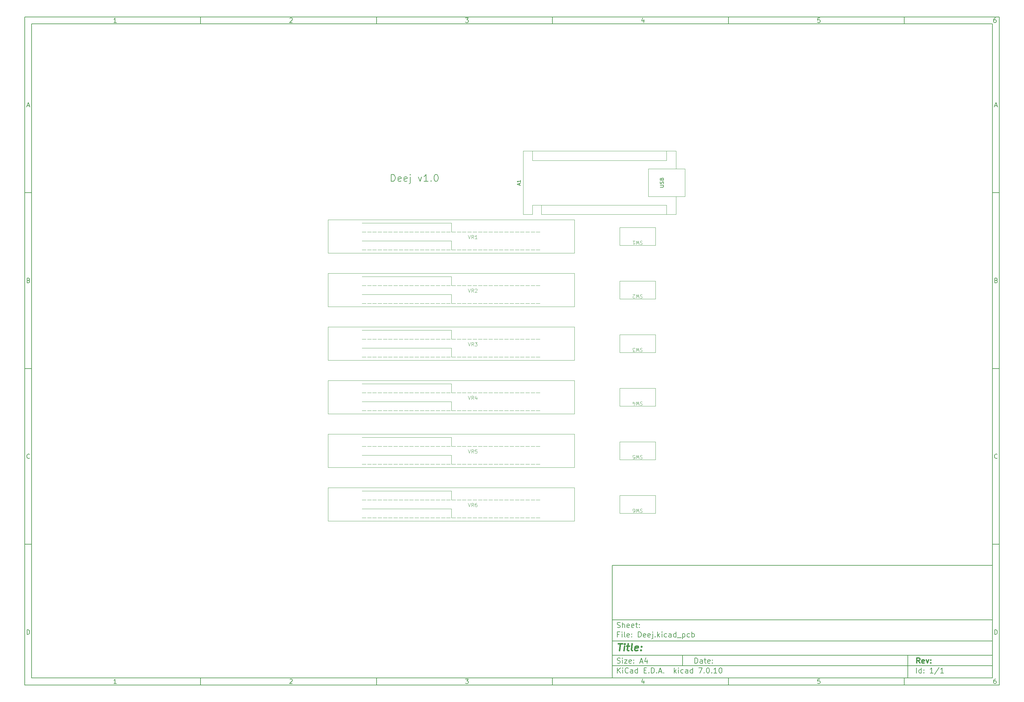
<source format=gbr>
%TF.GenerationSoftware,KiCad,Pcbnew,7.0.10*%
%TF.CreationDate,2024-01-20T21:13:39+08:00*%
%TF.ProjectId,Deej,4465656a-2e6b-4696-9361-645f70636258,rev?*%
%TF.SameCoordinates,Original*%
%TF.FileFunction,Legend,Top*%
%TF.FilePolarity,Positive*%
%FSLAX46Y46*%
G04 Gerber Fmt 4.6, Leading zero omitted, Abs format (unit mm)*
G04 Created by KiCad (PCBNEW 7.0.10) date 2024-01-20 21:13:39*
%MOMM*%
%LPD*%
G01*
G04 APERTURE LIST*
%ADD10C,0.100000*%
%ADD11C,0.150000*%
%ADD12C,0.300000*%
%ADD13C,0.400000*%
%ADD14C,0.200000*%
%ADD15C,0.120000*%
G04 APERTURE END LIST*
D10*
D11*
X177002200Y-166007200D02*
X285002200Y-166007200D01*
X285002200Y-198007200D01*
X177002200Y-198007200D01*
X177002200Y-166007200D01*
D10*
D11*
X10000000Y-10000000D02*
X287002200Y-10000000D01*
X287002200Y-200007200D01*
X10000000Y-200007200D01*
X10000000Y-10000000D01*
D10*
D11*
X12000000Y-12000000D02*
X285002200Y-12000000D01*
X285002200Y-198007200D01*
X12000000Y-198007200D01*
X12000000Y-12000000D01*
D10*
D11*
X60000000Y-12000000D02*
X60000000Y-10000000D01*
D10*
D11*
X110000000Y-12000000D02*
X110000000Y-10000000D01*
D10*
D11*
X160000000Y-12000000D02*
X160000000Y-10000000D01*
D10*
D11*
X210000000Y-12000000D02*
X210000000Y-10000000D01*
D10*
D11*
X260000000Y-12000000D02*
X260000000Y-10000000D01*
D10*
D11*
X36089160Y-11593604D02*
X35346303Y-11593604D01*
X35717731Y-11593604D02*
X35717731Y-10293604D01*
X35717731Y-10293604D02*
X35593922Y-10479319D01*
X35593922Y-10479319D02*
X35470112Y-10603128D01*
X35470112Y-10603128D02*
X35346303Y-10665033D01*
D10*
D11*
X85346303Y-10417414D02*
X85408207Y-10355509D01*
X85408207Y-10355509D02*
X85532017Y-10293604D01*
X85532017Y-10293604D02*
X85841541Y-10293604D01*
X85841541Y-10293604D02*
X85965350Y-10355509D01*
X85965350Y-10355509D02*
X86027255Y-10417414D01*
X86027255Y-10417414D02*
X86089160Y-10541223D01*
X86089160Y-10541223D02*
X86089160Y-10665033D01*
X86089160Y-10665033D02*
X86027255Y-10850747D01*
X86027255Y-10850747D02*
X85284398Y-11593604D01*
X85284398Y-11593604D02*
X86089160Y-11593604D01*
D10*
D11*
X135284398Y-10293604D02*
X136089160Y-10293604D01*
X136089160Y-10293604D02*
X135655826Y-10788842D01*
X135655826Y-10788842D02*
X135841541Y-10788842D01*
X135841541Y-10788842D02*
X135965350Y-10850747D01*
X135965350Y-10850747D02*
X136027255Y-10912652D01*
X136027255Y-10912652D02*
X136089160Y-11036461D01*
X136089160Y-11036461D02*
X136089160Y-11345985D01*
X136089160Y-11345985D02*
X136027255Y-11469795D01*
X136027255Y-11469795D02*
X135965350Y-11531700D01*
X135965350Y-11531700D02*
X135841541Y-11593604D01*
X135841541Y-11593604D02*
X135470112Y-11593604D01*
X135470112Y-11593604D02*
X135346303Y-11531700D01*
X135346303Y-11531700D02*
X135284398Y-11469795D01*
D10*
D11*
X185965350Y-10726938D02*
X185965350Y-11593604D01*
X185655826Y-10231700D02*
X185346303Y-11160271D01*
X185346303Y-11160271D02*
X186151064Y-11160271D01*
D10*
D11*
X236027255Y-10293604D02*
X235408207Y-10293604D01*
X235408207Y-10293604D02*
X235346303Y-10912652D01*
X235346303Y-10912652D02*
X235408207Y-10850747D01*
X235408207Y-10850747D02*
X235532017Y-10788842D01*
X235532017Y-10788842D02*
X235841541Y-10788842D01*
X235841541Y-10788842D02*
X235965350Y-10850747D01*
X235965350Y-10850747D02*
X236027255Y-10912652D01*
X236027255Y-10912652D02*
X236089160Y-11036461D01*
X236089160Y-11036461D02*
X236089160Y-11345985D01*
X236089160Y-11345985D02*
X236027255Y-11469795D01*
X236027255Y-11469795D02*
X235965350Y-11531700D01*
X235965350Y-11531700D02*
X235841541Y-11593604D01*
X235841541Y-11593604D02*
X235532017Y-11593604D01*
X235532017Y-11593604D02*
X235408207Y-11531700D01*
X235408207Y-11531700D02*
X235346303Y-11469795D01*
D10*
D11*
X285965350Y-10293604D02*
X285717731Y-10293604D01*
X285717731Y-10293604D02*
X285593922Y-10355509D01*
X285593922Y-10355509D02*
X285532017Y-10417414D01*
X285532017Y-10417414D02*
X285408207Y-10603128D01*
X285408207Y-10603128D02*
X285346303Y-10850747D01*
X285346303Y-10850747D02*
X285346303Y-11345985D01*
X285346303Y-11345985D02*
X285408207Y-11469795D01*
X285408207Y-11469795D02*
X285470112Y-11531700D01*
X285470112Y-11531700D02*
X285593922Y-11593604D01*
X285593922Y-11593604D02*
X285841541Y-11593604D01*
X285841541Y-11593604D02*
X285965350Y-11531700D01*
X285965350Y-11531700D02*
X286027255Y-11469795D01*
X286027255Y-11469795D02*
X286089160Y-11345985D01*
X286089160Y-11345985D02*
X286089160Y-11036461D01*
X286089160Y-11036461D02*
X286027255Y-10912652D01*
X286027255Y-10912652D02*
X285965350Y-10850747D01*
X285965350Y-10850747D02*
X285841541Y-10788842D01*
X285841541Y-10788842D02*
X285593922Y-10788842D01*
X285593922Y-10788842D02*
X285470112Y-10850747D01*
X285470112Y-10850747D02*
X285408207Y-10912652D01*
X285408207Y-10912652D02*
X285346303Y-11036461D01*
D10*
D11*
X60000000Y-198007200D02*
X60000000Y-200007200D01*
D10*
D11*
X110000000Y-198007200D02*
X110000000Y-200007200D01*
D10*
D11*
X160000000Y-198007200D02*
X160000000Y-200007200D01*
D10*
D11*
X210000000Y-198007200D02*
X210000000Y-200007200D01*
D10*
D11*
X260000000Y-198007200D02*
X260000000Y-200007200D01*
D10*
D11*
X36089160Y-199600804D02*
X35346303Y-199600804D01*
X35717731Y-199600804D02*
X35717731Y-198300804D01*
X35717731Y-198300804D02*
X35593922Y-198486519D01*
X35593922Y-198486519D02*
X35470112Y-198610328D01*
X35470112Y-198610328D02*
X35346303Y-198672233D01*
D10*
D11*
X85346303Y-198424614D02*
X85408207Y-198362709D01*
X85408207Y-198362709D02*
X85532017Y-198300804D01*
X85532017Y-198300804D02*
X85841541Y-198300804D01*
X85841541Y-198300804D02*
X85965350Y-198362709D01*
X85965350Y-198362709D02*
X86027255Y-198424614D01*
X86027255Y-198424614D02*
X86089160Y-198548423D01*
X86089160Y-198548423D02*
X86089160Y-198672233D01*
X86089160Y-198672233D02*
X86027255Y-198857947D01*
X86027255Y-198857947D02*
X85284398Y-199600804D01*
X85284398Y-199600804D02*
X86089160Y-199600804D01*
D10*
D11*
X135284398Y-198300804D02*
X136089160Y-198300804D01*
X136089160Y-198300804D02*
X135655826Y-198796042D01*
X135655826Y-198796042D02*
X135841541Y-198796042D01*
X135841541Y-198796042D02*
X135965350Y-198857947D01*
X135965350Y-198857947D02*
X136027255Y-198919852D01*
X136027255Y-198919852D02*
X136089160Y-199043661D01*
X136089160Y-199043661D02*
X136089160Y-199353185D01*
X136089160Y-199353185D02*
X136027255Y-199476995D01*
X136027255Y-199476995D02*
X135965350Y-199538900D01*
X135965350Y-199538900D02*
X135841541Y-199600804D01*
X135841541Y-199600804D02*
X135470112Y-199600804D01*
X135470112Y-199600804D02*
X135346303Y-199538900D01*
X135346303Y-199538900D02*
X135284398Y-199476995D01*
D10*
D11*
X185965350Y-198734138D02*
X185965350Y-199600804D01*
X185655826Y-198238900D02*
X185346303Y-199167471D01*
X185346303Y-199167471D02*
X186151064Y-199167471D01*
D10*
D11*
X236027255Y-198300804D02*
X235408207Y-198300804D01*
X235408207Y-198300804D02*
X235346303Y-198919852D01*
X235346303Y-198919852D02*
X235408207Y-198857947D01*
X235408207Y-198857947D02*
X235532017Y-198796042D01*
X235532017Y-198796042D02*
X235841541Y-198796042D01*
X235841541Y-198796042D02*
X235965350Y-198857947D01*
X235965350Y-198857947D02*
X236027255Y-198919852D01*
X236027255Y-198919852D02*
X236089160Y-199043661D01*
X236089160Y-199043661D02*
X236089160Y-199353185D01*
X236089160Y-199353185D02*
X236027255Y-199476995D01*
X236027255Y-199476995D02*
X235965350Y-199538900D01*
X235965350Y-199538900D02*
X235841541Y-199600804D01*
X235841541Y-199600804D02*
X235532017Y-199600804D01*
X235532017Y-199600804D02*
X235408207Y-199538900D01*
X235408207Y-199538900D02*
X235346303Y-199476995D01*
D10*
D11*
X285965350Y-198300804D02*
X285717731Y-198300804D01*
X285717731Y-198300804D02*
X285593922Y-198362709D01*
X285593922Y-198362709D02*
X285532017Y-198424614D01*
X285532017Y-198424614D02*
X285408207Y-198610328D01*
X285408207Y-198610328D02*
X285346303Y-198857947D01*
X285346303Y-198857947D02*
X285346303Y-199353185D01*
X285346303Y-199353185D02*
X285408207Y-199476995D01*
X285408207Y-199476995D02*
X285470112Y-199538900D01*
X285470112Y-199538900D02*
X285593922Y-199600804D01*
X285593922Y-199600804D02*
X285841541Y-199600804D01*
X285841541Y-199600804D02*
X285965350Y-199538900D01*
X285965350Y-199538900D02*
X286027255Y-199476995D01*
X286027255Y-199476995D02*
X286089160Y-199353185D01*
X286089160Y-199353185D02*
X286089160Y-199043661D01*
X286089160Y-199043661D02*
X286027255Y-198919852D01*
X286027255Y-198919852D02*
X285965350Y-198857947D01*
X285965350Y-198857947D02*
X285841541Y-198796042D01*
X285841541Y-198796042D02*
X285593922Y-198796042D01*
X285593922Y-198796042D02*
X285470112Y-198857947D01*
X285470112Y-198857947D02*
X285408207Y-198919852D01*
X285408207Y-198919852D02*
X285346303Y-199043661D01*
D10*
D11*
X10000000Y-60000000D02*
X12000000Y-60000000D01*
D10*
D11*
X10000000Y-110000000D02*
X12000000Y-110000000D01*
D10*
D11*
X10000000Y-160000000D02*
X12000000Y-160000000D01*
D10*
D11*
X10690476Y-35222176D02*
X11309523Y-35222176D01*
X10566666Y-35593604D02*
X10999999Y-34293604D01*
X10999999Y-34293604D02*
X11433333Y-35593604D01*
D10*
D11*
X11092857Y-84912652D02*
X11278571Y-84974557D01*
X11278571Y-84974557D02*
X11340476Y-85036461D01*
X11340476Y-85036461D02*
X11402380Y-85160271D01*
X11402380Y-85160271D02*
X11402380Y-85345985D01*
X11402380Y-85345985D02*
X11340476Y-85469795D01*
X11340476Y-85469795D02*
X11278571Y-85531700D01*
X11278571Y-85531700D02*
X11154761Y-85593604D01*
X11154761Y-85593604D02*
X10659523Y-85593604D01*
X10659523Y-85593604D02*
X10659523Y-84293604D01*
X10659523Y-84293604D02*
X11092857Y-84293604D01*
X11092857Y-84293604D02*
X11216666Y-84355509D01*
X11216666Y-84355509D02*
X11278571Y-84417414D01*
X11278571Y-84417414D02*
X11340476Y-84541223D01*
X11340476Y-84541223D02*
X11340476Y-84665033D01*
X11340476Y-84665033D02*
X11278571Y-84788842D01*
X11278571Y-84788842D02*
X11216666Y-84850747D01*
X11216666Y-84850747D02*
X11092857Y-84912652D01*
X11092857Y-84912652D02*
X10659523Y-84912652D01*
D10*
D11*
X11402380Y-135469795D02*
X11340476Y-135531700D01*
X11340476Y-135531700D02*
X11154761Y-135593604D01*
X11154761Y-135593604D02*
X11030952Y-135593604D01*
X11030952Y-135593604D02*
X10845238Y-135531700D01*
X10845238Y-135531700D02*
X10721428Y-135407890D01*
X10721428Y-135407890D02*
X10659523Y-135284080D01*
X10659523Y-135284080D02*
X10597619Y-135036461D01*
X10597619Y-135036461D02*
X10597619Y-134850747D01*
X10597619Y-134850747D02*
X10659523Y-134603128D01*
X10659523Y-134603128D02*
X10721428Y-134479319D01*
X10721428Y-134479319D02*
X10845238Y-134355509D01*
X10845238Y-134355509D02*
X11030952Y-134293604D01*
X11030952Y-134293604D02*
X11154761Y-134293604D01*
X11154761Y-134293604D02*
X11340476Y-134355509D01*
X11340476Y-134355509D02*
X11402380Y-134417414D01*
D10*
D11*
X10659523Y-185593604D02*
X10659523Y-184293604D01*
X10659523Y-184293604D02*
X10969047Y-184293604D01*
X10969047Y-184293604D02*
X11154761Y-184355509D01*
X11154761Y-184355509D02*
X11278571Y-184479319D01*
X11278571Y-184479319D02*
X11340476Y-184603128D01*
X11340476Y-184603128D02*
X11402380Y-184850747D01*
X11402380Y-184850747D02*
X11402380Y-185036461D01*
X11402380Y-185036461D02*
X11340476Y-185284080D01*
X11340476Y-185284080D02*
X11278571Y-185407890D01*
X11278571Y-185407890D02*
X11154761Y-185531700D01*
X11154761Y-185531700D02*
X10969047Y-185593604D01*
X10969047Y-185593604D02*
X10659523Y-185593604D01*
D10*
D11*
X287002200Y-60000000D02*
X285002200Y-60000000D01*
D10*
D11*
X287002200Y-110000000D02*
X285002200Y-110000000D01*
D10*
D11*
X287002200Y-160000000D02*
X285002200Y-160000000D01*
D10*
D11*
X285692676Y-35222176D02*
X286311723Y-35222176D01*
X285568866Y-35593604D02*
X286002199Y-34293604D01*
X286002199Y-34293604D02*
X286435533Y-35593604D01*
D10*
D11*
X286095057Y-84912652D02*
X286280771Y-84974557D01*
X286280771Y-84974557D02*
X286342676Y-85036461D01*
X286342676Y-85036461D02*
X286404580Y-85160271D01*
X286404580Y-85160271D02*
X286404580Y-85345985D01*
X286404580Y-85345985D02*
X286342676Y-85469795D01*
X286342676Y-85469795D02*
X286280771Y-85531700D01*
X286280771Y-85531700D02*
X286156961Y-85593604D01*
X286156961Y-85593604D02*
X285661723Y-85593604D01*
X285661723Y-85593604D02*
X285661723Y-84293604D01*
X285661723Y-84293604D02*
X286095057Y-84293604D01*
X286095057Y-84293604D02*
X286218866Y-84355509D01*
X286218866Y-84355509D02*
X286280771Y-84417414D01*
X286280771Y-84417414D02*
X286342676Y-84541223D01*
X286342676Y-84541223D02*
X286342676Y-84665033D01*
X286342676Y-84665033D02*
X286280771Y-84788842D01*
X286280771Y-84788842D02*
X286218866Y-84850747D01*
X286218866Y-84850747D02*
X286095057Y-84912652D01*
X286095057Y-84912652D02*
X285661723Y-84912652D01*
D10*
D11*
X286404580Y-135469795D02*
X286342676Y-135531700D01*
X286342676Y-135531700D02*
X286156961Y-135593604D01*
X286156961Y-135593604D02*
X286033152Y-135593604D01*
X286033152Y-135593604D02*
X285847438Y-135531700D01*
X285847438Y-135531700D02*
X285723628Y-135407890D01*
X285723628Y-135407890D02*
X285661723Y-135284080D01*
X285661723Y-135284080D02*
X285599819Y-135036461D01*
X285599819Y-135036461D02*
X285599819Y-134850747D01*
X285599819Y-134850747D02*
X285661723Y-134603128D01*
X285661723Y-134603128D02*
X285723628Y-134479319D01*
X285723628Y-134479319D02*
X285847438Y-134355509D01*
X285847438Y-134355509D02*
X286033152Y-134293604D01*
X286033152Y-134293604D02*
X286156961Y-134293604D01*
X286156961Y-134293604D02*
X286342676Y-134355509D01*
X286342676Y-134355509D02*
X286404580Y-134417414D01*
D10*
D11*
X285661723Y-185593604D02*
X285661723Y-184293604D01*
X285661723Y-184293604D02*
X285971247Y-184293604D01*
X285971247Y-184293604D02*
X286156961Y-184355509D01*
X286156961Y-184355509D02*
X286280771Y-184479319D01*
X286280771Y-184479319D02*
X286342676Y-184603128D01*
X286342676Y-184603128D02*
X286404580Y-184850747D01*
X286404580Y-184850747D02*
X286404580Y-185036461D01*
X286404580Y-185036461D02*
X286342676Y-185284080D01*
X286342676Y-185284080D02*
X286280771Y-185407890D01*
X286280771Y-185407890D02*
X286156961Y-185531700D01*
X286156961Y-185531700D02*
X285971247Y-185593604D01*
X285971247Y-185593604D02*
X285661723Y-185593604D01*
D10*
D11*
X200458026Y-193793328D02*
X200458026Y-192293328D01*
X200458026Y-192293328D02*
X200815169Y-192293328D01*
X200815169Y-192293328D02*
X201029455Y-192364757D01*
X201029455Y-192364757D02*
X201172312Y-192507614D01*
X201172312Y-192507614D02*
X201243741Y-192650471D01*
X201243741Y-192650471D02*
X201315169Y-192936185D01*
X201315169Y-192936185D02*
X201315169Y-193150471D01*
X201315169Y-193150471D02*
X201243741Y-193436185D01*
X201243741Y-193436185D02*
X201172312Y-193579042D01*
X201172312Y-193579042D02*
X201029455Y-193721900D01*
X201029455Y-193721900D02*
X200815169Y-193793328D01*
X200815169Y-193793328D02*
X200458026Y-193793328D01*
X202600884Y-193793328D02*
X202600884Y-193007614D01*
X202600884Y-193007614D02*
X202529455Y-192864757D01*
X202529455Y-192864757D02*
X202386598Y-192793328D01*
X202386598Y-192793328D02*
X202100884Y-192793328D01*
X202100884Y-192793328D02*
X201958026Y-192864757D01*
X202600884Y-193721900D02*
X202458026Y-193793328D01*
X202458026Y-193793328D02*
X202100884Y-193793328D01*
X202100884Y-193793328D02*
X201958026Y-193721900D01*
X201958026Y-193721900D02*
X201886598Y-193579042D01*
X201886598Y-193579042D02*
X201886598Y-193436185D01*
X201886598Y-193436185D02*
X201958026Y-193293328D01*
X201958026Y-193293328D02*
X202100884Y-193221900D01*
X202100884Y-193221900D02*
X202458026Y-193221900D01*
X202458026Y-193221900D02*
X202600884Y-193150471D01*
X203100884Y-192793328D02*
X203672312Y-192793328D01*
X203315169Y-192293328D02*
X203315169Y-193579042D01*
X203315169Y-193579042D02*
X203386598Y-193721900D01*
X203386598Y-193721900D02*
X203529455Y-193793328D01*
X203529455Y-193793328D02*
X203672312Y-193793328D01*
X204743741Y-193721900D02*
X204600884Y-193793328D01*
X204600884Y-193793328D02*
X204315170Y-193793328D01*
X204315170Y-193793328D02*
X204172312Y-193721900D01*
X204172312Y-193721900D02*
X204100884Y-193579042D01*
X204100884Y-193579042D02*
X204100884Y-193007614D01*
X204100884Y-193007614D02*
X204172312Y-192864757D01*
X204172312Y-192864757D02*
X204315170Y-192793328D01*
X204315170Y-192793328D02*
X204600884Y-192793328D01*
X204600884Y-192793328D02*
X204743741Y-192864757D01*
X204743741Y-192864757D02*
X204815170Y-193007614D01*
X204815170Y-193007614D02*
X204815170Y-193150471D01*
X204815170Y-193150471D02*
X204100884Y-193293328D01*
X205458026Y-193650471D02*
X205529455Y-193721900D01*
X205529455Y-193721900D02*
X205458026Y-193793328D01*
X205458026Y-193793328D02*
X205386598Y-193721900D01*
X205386598Y-193721900D02*
X205458026Y-193650471D01*
X205458026Y-193650471D02*
X205458026Y-193793328D01*
X205458026Y-192864757D02*
X205529455Y-192936185D01*
X205529455Y-192936185D02*
X205458026Y-193007614D01*
X205458026Y-193007614D02*
X205386598Y-192936185D01*
X205386598Y-192936185D02*
X205458026Y-192864757D01*
X205458026Y-192864757D02*
X205458026Y-193007614D01*
D10*
D11*
X177002200Y-194507200D02*
X285002200Y-194507200D01*
D10*
D11*
X178458026Y-196593328D02*
X178458026Y-195093328D01*
X179315169Y-196593328D02*
X178672312Y-195736185D01*
X179315169Y-195093328D02*
X178458026Y-195950471D01*
X179958026Y-196593328D02*
X179958026Y-195593328D01*
X179958026Y-195093328D02*
X179886598Y-195164757D01*
X179886598Y-195164757D02*
X179958026Y-195236185D01*
X179958026Y-195236185D02*
X180029455Y-195164757D01*
X180029455Y-195164757D02*
X179958026Y-195093328D01*
X179958026Y-195093328D02*
X179958026Y-195236185D01*
X181529455Y-196450471D02*
X181458027Y-196521900D01*
X181458027Y-196521900D02*
X181243741Y-196593328D01*
X181243741Y-196593328D02*
X181100884Y-196593328D01*
X181100884Y-196593328D02*
X180886598Y-196521900D01*
X180886598Y-196521900D02*
X180743741Y-196379042D01*
X180743741Y-196379042D02*
X180672312Y-196236185D01*
X180672312Y-196236185D02*
X180600884Y-195950471D01*
X180600884Y-195950471D02*
X180600884Y-195736185D01*
X180600884Y-195736185D02*
X180672312Y-195450471D01*
X180672312Y-195450471D02*
X180743741Y-195307614D01*
X180743741Y-195307614D02*
X180886598Y-195164757D01*
X180886598Y-195164757D02*
X181100884Y-195093328D01*
X181100884Y-195093328D02*
X181243741Y-195093328D01*
X181243741Y-195093328D02*
X181458027Y-195164757D01*
X181458027Y-195164757D02*
X181529455Y-195236185D01*
X182815170Y-196593328D02*
X182815170Y-195807614D01*
X182815170Y-195807614D02*
X182743741Y-195664757D01*
X182743741Y-195664757D02*
X182600884Y-195593328D01*
X182600884Y-195593328D02*
X182315170Y-195593328D01*
X182315170Y-195593328D02*
X182172312Y-195664757D01*
X182815170Y-196521900D02*
X182672312Y-196593328D01*
X182672312Y-196593328D02*
X182315170Y-196593328D01*
X182315170Y-196593328D02*
X182172312Y-196521900D01*
X182172312Y-196521900D02*
X182100884Y-196379042D01*
X182100884Y-196379042D02*
X182100884Y-196236185D01*
X182100884Y-196236185D02*
X182172312Y-196093328D01*
X182172312Y-196093328D02*
X182315170Y-196021900D01*
X182315170Y-196021900D02*
X182672312Y-196021900D01*
X182672312Y-196021900D02*
X182815170Y-195950471D01*
X184172313Y-196593328D02*
X184172313Y-195093328D01*
X184172313Y-196521900D02*
X184029455Y-196593328D01*
X184029455Y-196593328D02*
X183743741Y-196593328D01*
X183743741Y-196593328D02*
X183600884Y-196521900D01*
X183600884Y-196521900D02*
X183529455Y-196450471D01*
X183529455Y-196450471D02*
X183458027Y-196307614D01*
X183458027Y-196307614D02*
X183458027Y-195879042D01*
X183458027Y-195879042D02*
X183529455Y-195736185D01*
X183529455Y-195736185D02*
X183600884Y-195664757D01*
X183600884Y-195664757D02*
X183743741Y-195593328D01*
X183743741Y-195593328D02*
X184029455Y-195593328D01*
X184029455Y-195593328D02*
X184172313Y-195664757D01*
X186029455Y-195807614D02*
X186529455Y-195807614D01*
X186743741Y-196593328D02*
X186029455Y-196593328D01*
X186029455Y-196593328D02*
X186029455Y-195093328D01*
X186029455Y-195093328D02*
X186743741Y-195093328D01*
X187386598Y-196450471D02*
X187458027Y-196521900D01*
X187458027Y-196521900D02*
X187386598Y-196593328D01*
X187386598Y-196593328D02*
X187315170Y-196521900D01*
X187315170Y-196521900D02*
X187386598Y-196450471D01*
X187386598Y-196450471D02*
X187386598Y-196593328D01*
X188100884Y-196593328D02*
X188100884Y-195093328D01*
X188100884Y-195093328D02*
X188458027Y-195093328D01*
X188458027Y-195093328D02*
X188672313Y-195164757D01*
X188672313Y-195164757D02*
X188815170Y-195307614D01*
X188815170Y-195307614D02*
X188886599Y-195450471D01*
X188886599Y-195450471D02*
X188958027Y-195736185D01*
X188958027Y-195736185D02*
X188958027Y-195950471D01*
X188958027Y-195950471D02*
X188886599Y-196236185D01*
X188886599Y-196236185D02*
X188815170Y-196379042D01*
X188815170Y-196379042D02*
X188672313Y-196521900D01*
X188672313Y-196521900D02*
X188458027Y-196593328D01*
X188458027Y-196593328D02*
X188100884Y-196593328D01*
X189600884Y-196450471D02*
X189672313Y-196521900D01*
X189672313Y-196521900D02*
X189600884Y-196593328D01*
X189600884Y-196593328D02*
X189529456Y-196521900D01*
X189529456Y-196521900D02*
X189600884Y-196450471D01*
X189600884Y-196450471D02*
X189600884Y-196593328D01*
X190243742Y-196164757D02*
X190958028Y-196164757D01*
X190100885Y-196593328D02*
X190600885Y-195093328D01*
X190600885Y-195093328D02*
X191100885Y-196593328D01*
X191600884Y-196450471D02*
X191672313Y-196521900D01*
X191672313Y-196521900D02*
X191600884Y-196593328D01*
X191600884Y-196593328D02*
X191529456Y-196521900D01*
X191529456Y-196521900D02*
X191600884Y-196450471D01*
X191600884Y-196450471D02*
X191600884Y-196593328D01*
X194600884Y-196593328D02*
X194600884Y-195093328D01*
X194743742Y-196021900D02*
X195172313Y-196593328D01*
X195172313Y-195593328D02*
X194600884Y-196164757D01*
X195815170Y-196593328D02*
X195815170Y-195593328D01*
X195815170Y-195093328D02*
X195743742Y-195164757D01*
X195743742Y-195164757D02*
X195815170Y-195236185D01*
X195815170Y-195236185D02*
X195886599Y-195164757D01*
X195886599Y-195164757D02*
X195815170Y-195093328D01*
X195815170Y-195093328D02*
X195815170Y-195236185D01*
X197172314Y-196521900D02*
X197029456Y-196593328D01*
X197029456Y-196593328D02*
X196743742Y-196593328D01*
X196743742Y-196593328D02*
X196600885Y-196521900D01*
X196600885Y-196521900D02*
X196529456Y-196450471D01*
X196529456Y-196450471D02*
X196458028Y-196307614D01*
X196458028Y-196307614D02*
X196458028Y-195879042D01*
X196458028Y-195879042D02*
X196529456Y-195736185D01*
X196529456Y-195736185D02*
X196600885Y-195664757D01*
X196600885Y-195664757D02*
X196743742Y-195593328D01*
X196743742Y-195593328D02*
X197029456Y-195593328D01*
X197029456Y-195593328D02*
X197172314Y-195664757D01*
X198458028Y-196593328D02*
X198458028Y-195807614D01*
X198458028Y-195807614D02*
X198386599Y-195664757D01*
X198386599Y-195664757D02*
X198243742Y-195593328D01*
X198243742Y-195593328D02*
X197958028Y-195593328D01*
X197958028Y-195593328D02*
X197815170Y-195664757D01*
X198458028Y-196521900D02*
X198315170Y-196593328D01*
X198315170Y-196593328D02*
X197958028Y-196593328D01*
X197958028Y-196593328D02*
X197815170Y-196521900D01*
X197815170Y-196521900D02*
X197743742Y-196379042D01*
X197743742Y-196379042D02*
X197743742Y-196236185D01*
X197743742Y-196236185D02*
X197815170Y-196093328D01*
X197815170Y-196093328D02*
X197958028Y-196021900D01*
X197958028Y-196021900D02*
X198315170Y-196021900D01*
X198315170Y-196021900D02*
X198458028Y-195950471D01*
X199815171Y-196593328D02*
X199815171Y-195093328D01*
X199815171Y-196521900D02*
X199672313Y-196593328D01*
X199672313Y-196593328D02*
X199386599Y-196593328D01*
X199386599Y-196593328D02*
X199243742Y-196521900D01*
X199243742Y-196521900D02*
X199172313Y-196450471D01*
X199172313Y-196450471D02*
X199100885Y-196307614D01*
X199100885Y-196307614D02*
X199100885Y-195879042D01*
X199100885Y-195879042D02*
X199172313Y-195736185D01*
X199172313Y-195736185D02*
X199243742Y-195664757D01*
X199243742Y-195664757D02*
X199386599Y-195593328D01*
X199386599Y-195593328D02*
X199672313Y-195593328D01*
X199672313Y-195593328D02*
X199815171Y-195664757D01*
X201529456Y-195093328D02*
X202529456Y-195093328D01*
X202529456Y-195093328D02*
X201886599Y-196593328D01*
X203100884Y-196450471D02*
X203172313Y-196521900D01*
X203172313Y-196521900D02*
X203100884Y-196593328D01*
X203100884Y-196593328D02*
X203029456Y-196521900D01*
X203029456Y-196521900D02*
X203100884Y-196450471D01*
X203100884Y-196450471D02*
X203100884Y-196593328D01*
X204100885Y-195093328D02*
X204243742Y-195093328D01*
X204243742Y-195093328D02*
X204386599Y-195164757D01*
X204386599Y-195164757D02*
X204458028Y-195236185D01*
X204458028Y-195236185D02*
X204529456Y-195379042D01*
X204529456Y-195379042D02*
X204600885Y-195664757D01*
X204600885Y-195664757D02*
X204600885Y-196021900D01*
X204600885Y-196021900D02*
X204529456Y-196307614D01*
X204529456Y-196307614D02*
X204458028Y-196450471D01*
X204458028Y-196450471D02*
X204386599Y-196521900D01*
X204386599Y-196521900D02*
X204243742Y-196593328D01*
X204243742Y-196593328D02*
X204100885Y-196593328D01*
X204100885Y-196593328D02*
X203958028Y-196521900D01*
X203958028Y-196521900D02*
X203886599Y-196450471D01*
X203886599Y-196450471D02*
X203815170Y-196307614D01*
X203815170Y-196307614D02*
X203743742Y-196021900D01*
X203743742Y-196021900D02*
X203743742Y-195664757D01*
X203743742Y-195664757D02*
X203815170Y-195379042D01*
X203815170Y-195379042D02*
X203886599Y-195236185D01*
X203886599Y-195236185D02*
X203958028Y-195164757D01*
X203958028Y-195164757D02*
X204100885Y-195093328D01*
X205243741Y-196450471D02*
X205315170Y-196521900D01*
X205315170Y-196521900D02*
X205243741Y-196593328D01*
X205243741Y-196593328D02*
X205172313Y-196521900D01*
X205172313Y-196521900D02*
X205243741Y-196450471D01*
X205243741Y-196450471D02*
X205243741Y-196593328D01*
X206743742Y-196593328D02*
X205886599Y-196593328D01*
X206315170Y-196593328D02*
X206315170Y-195093328D01*
X206315170Y-195093328D02*
X206172313Y-195307614D01*
X206172313Y-195307614D02*
X206029456Y-195450471D01*
X206029456Y-195450471D02*
X205886599Y-195521900D01*
X207672313Y-195093328D02*
X207815170Y-195093328D01*
X207815170Y-195093328D02*
X207958027Y-195164757D01*
X207958027Y-195164757D02*
X208029456Y-195236185D01*
X208029456Y-195236185D02*
X208100884Y-195379042D01*
X208100884Y-195379042D02*
X208172313Y-195664757D01*
X208172313Y-195664757D02*
X208172313Y-196021900D01*
X208172313Y-196021900D02*
X208100884Y-196307614D01*
X208100884Y-196307614D02*
X208029456Y-196450471D01*
X208029456Y-196450471D02*
X207958027Y-196521900D01*
X207958027Y-196521900D02*
X207815170Y-196593328D01*
X207815170Y-196593328D02*
X207672313Y-196593328D01*
X207672313Y-196593328D02*
X207529456Y-196521900D01*
X207529456Y-196521900D02*
X207458027Y-196450471D01*
X207458027Y-196450471D02*
X207386598Y-196307614D01*
X207386598Y-196307614D02*
X207315170Y-196021900D01*
X207315170Y-196021900D02*
X207315170Y-195664757D01*
X207315170Y-195664757D02*
X207386598Y-195379042D01*
X207386598Y-195379042D02*
X207458027Y-195236185D01*
X207458027Y-195236185D02*
X207529456Y-195164757D01*
X207529456Y-195164757D02*
X207672313Y-195093328D01*
D10*
D11*
X177002200Y-191507200D02*
X285002200Y-191507200D01*
D10*
D12*
X264413853Y-193785528D02*
X263913853Y-193071242D01*
X263556710Y-193785528D02*
X263556710Y-192285528D01*
X263556710Y-192285528D02*
X264128139Y-192285528D01*
X264128139Y-192285528D02*
X264270996Y-192356957D01*
X264270996Y-192356957D02*
X264342425Y-192428385D01*
X264342425Y-192428385D02*
X264413853Y-192571242D01*
X264413853Y-192571242D02*
X264413853Y-192785528D01*
X264413853Y-192785528D02*
X264342425Y-192928385D01*
X264342425Y-192928385D02*
X264270996Y-192999814D01*
X264270996Y-192999814D02*
X264128139Y-193071242D01*
X264128139Y-193071242D02*
X263556710Y-193071242D01*
X265628139Y-193714100D02*
X265485282Y-193785528D01*
X265485282Y-193785528D02*
X265199568Y-193785528D01*
X265199568Y-193785528D02*
X265056710Y-193714100D01*
X265056710Y-193714100D02*
X264985282Y-193571242D01*
X264985282Y-193571242D02*
X264985282Y-192999814D01*
X264985282Y-192999814D02*
X265056710Y-192856957D01*
X265056710Y-192856957D02*
X265199568Y-192785528D01*
X265199568Y-192785528D02*
X265485282Y-192785528D01*
X265485282Y-192785528D02*
X265628139Y-192856957D01*
X265628139Y-192856957D02*
X265699568Y-192999814D01*
X265699568Y-192999814D02*
X265699568Y-193142671D01*
X265699568Y-193142671D02*
X264985282Y-193285528D01*
X266199567Y-192785528D02*
X266556710Y-193785528D01*
X266556710Y-193785528D02*
X266913853Y-192785528D01*
X267485281Y-193642671D02*
X267556710Y-193714100D01*
X267556710Y-193714100D02*
X267485281Y-193785528D01*
X267485281Y-193785528D02*
X267413853Y-193714100D01*
X267413853Y-193714100D02*
X267485281Y-193642671D01*
X267485281Y-193642671D02*
X267485281Y-193785528D01*
X267485281Y-192856957D02*
X267556710Y-192928385D01*
X267556710Y-192928385D02*
X267485281Y-192999814D01*
X267485281Y-192999814D02*
X267413853Y-192928385D01*
X267413853Y-192928385D02*
X267485281Y-192856957D01*
X267485281Y-192856957D02*
X267485281Y-192999814D01*
D10*
D11*
X178386598Y-193721900D02*
X178600884Y-193793328D01*
X178600884Y-193793328D02*
X178958026Y-193793328D01*
X178958026Y-193793328D02*
X179100884Y-193721900D01*
X179100884Y-193721900D02*
X179172312Y-193650471D01*
X179172312Y-193650471D02*
X179243741Y-193507614D01*
X179243741Y-193507614D02*
X179243741Y-193364757D01*
X179243741Y-193364757D02*
X179172312Y-193221900D01*
X179172312Y-193221900D02*
X179100884Y-193150471D01*
X179100884Y-193150471D02*
X178958026Y-193079042D01*
X178958026Y-193079042D02*
X178672312Y-193007614D01*
X178672312Y-193007614D02*
X178529455Y-192936185D01*
X178529455Y-192936185D02*
X178458026Y-192864757D01*
X178458026Y-192864757D02*
X178386598Y-192721900D01*
X178386598Y-192721900D02*
X178386598Y-192579042D01*
X178386598Y-192579042D02*
X178458026Y-192436185D01*
X178458026Y-192436185D02*
X178529455Y-192364757D01*
X178529455Y-192364757D02*
X178672312Y-192293328D01*
X178672312Y-192293328D02*
X179029455Y-192293328D01*
X179029455Y-192293328D02*
X179243741Y-192364757D01*
X179886597Y-193793328D02*
X179886597Y-192793328D01*
X179886597Y-192293328D02*
X179815169Y-192364757D01*
X179815169Y-192364757D02*
X179886597Y-192436185D01*
X179886597Y-192436185D02*
X179958026Y-192364757D01*
X179958026Y-192364757D02*
X179886597Y-192293328D01*
X179886597Y-192293328D02*
X179886597Y-192436185D01*
X180458026Y-192793328D02*
X181243741Y-192793328D01*
X181243741Y-192793328D02*
X180458026Y-193793328D01*
X180458026Y-193793328D02*
X181243741Y-193793328D01*
X182386598Y-193721900D02*
X182243741Y-193793328D01*
X182243741Y-193793328D02*
X181958027Y-193793328D01*
X181958027Y-193793328D02*
X181815169Y-193721900D01*
X181815169Y-193721900D02*
X181743741Y-193579042D01*
X181743741Y-193579042D02*
X181743741Y-193007614D01*
X181743741Y-193007614D02*
X181815169Y-192864757D01*
X181815169Y-192864757D02*
X181958027Y-192793328D01*
X181958027Y-192793328D02*
X182243741Y-192793328D01*
X182243741Y-192793328D02*
X182386598Y-192864757D01*
X182386598Y-192864757D02*
X182458027Y-193007614D01*
X182458027Y-193007614D02*
X182458027Y-193150471D01*
X182458027Y-193150471D02*
X181743741Y-193293328D01*
X183100883Y-193650471D02*
X183172312Y-193721900D01*
X183172312Y-193721900D02*
X183100883Y-193793328D01*
X183100883Y-193793328D02*
X183029455Y-193721900D01*
X183029455Y-193721900D02*
X183100883Y-193650471D01*
X183100883Y-193650471D02*
X183100883Y-193793328D01*
X183100883Y-192864757D02*
X183172312Y-192936185D01*
X183172312Y-192936185D02*
X183100883Y-193007614D01*
X183100883Y-193007614D02*
X183029455Y-192936185D01*
X183029455Y-192936185D02*
X183100883Y-192864757D01*
X183100883Y-192864757D02*
X183100883Y-193007614D01*
X184886598Y-193364757D02*
X185600884Y-193364757D01*
X184743741Y-193793328D02*
X185243741Y-192293328D01*
X185243741Y-192293328D02*
X185743741Y-193793328D01*
X186886598Y-192793328D02*
X186886598Y-193793328D01*
X186529455Y-192221900D02*
X186172312Y-193293328D01*
X186172312Y-193293328D02*
X187100883Y-193293328D01*
D10*
D11*
X263458026Y-196593328D02*
X263458026Y-195093328D01*
X264815170Y-196593328D02*
X264815170Y-195093328D01*
X264815170Y-196521900D02*
X264672312Y-196593328D01*
X264672312Y-196593328D02*
X264386598Y-196593328D01*
X264386598Y-196593328D02*
X264243741Y-196521900D01*
X264243741Y-196521900D02*
X264172312Y-196450471D01*
X264172312Y-196450471D02*
X264100884Y-196307614D01*
X264100884Y-196307614D02*
X264100884Y-195879042D01*
X264100884Y-195879042D02*
X264172312Y-195736185D01*
X264172312Y-195736185D02*
X264243741Y-195664757D01*
X264243741Y-195664757D02*
X264386598Y-195593328D01*
X264386598Y-195593328D02*
X264672312Y-195593328D01*
X264672312Y-195593328D02*
X264815170Y-195664757D01*
X265529455Y-196450471D02*
X265600884Y-196521900D01*
X265600884Y-196521900D02*
X265529455Y-196593328D01*
X265529455Y-196593328D02*
X265458027Y-196521900D01*
X265458027Y-196521900D02*
X265529455Y-196450471D01*
X265529455Y-196450471D02*
X265529455Y-196593328D01*
X265529455Y-195664757D02*
X265600884Y-195736185D01*
X265600884Y-195736185D02*
X265529455Y-195807614D01*
X265529455Y-195807614D02*
X265458027Y-195736185D01*
X265458027Y-195736185D02*
X265529455Y-195664757D01*
X265529455Y-195664757D02*
X265529455Y-195807614D01*
X268172313Y-196593328D02*
X267315170Y-196593328D01*
X267743741Y-196593328D02*
X267743741Y-195093328D01*
X267743741Y-195093328D02*
X267600884Y-195307614D01*
X267600884Y-195307614D02*
X267458027Y-195450471D01*
X267458027Y-195450471D02*
X267315170Y-195521900D01*
X269886598Y-195021900D02*
X268600884Y-196950471D01*
X271172313Y-196593328D02*
X270315170Y-196593328D01*
X270743741Y-196593328D02*
X270743741Y-195093328D01*
X270743741Y-195093328D02*
X270600884Y-195307614D01*
X270600884Y-195307614D02*
X270458027Y-195450471D01*
X270458027Y-195450471D02*
X270315170Y-195521900D01*
D10*
D11*
X177002200Y-187507200D02*
X285002200Y-187507200D01*
D10*
D13*
X178693928Y-188211638D02*
X179836785Y-188211638D01*
X179015357Y-190211638D02*
X179265357Y-188211638D01*
X180253452Y-190211638D02*
X180420119Y-188878304D01*
X180503452Y-188211638D02*
X180396309Y-188306876D01*
X180396309Y-188306876D02*
X180479643Y-188402114D01*
X180479643Y-188402114D02*
X180586786Y-188306876D01*
X180586786Y-188306876D02*
X180503452Y-188211638D01*
X180503452Y-188211638D02*
X180479643Y-188402114D01*
X181086786Y-188878304D02*
X181848690Y-188878304D01*
X181455833Y-188211638D02*
X181241548Y-189925923D01*
X181241548Y-189925923D02*
X181312976Y-190116400D01*
X181312976Y-190116400D02*
X181491548Y-190211638D01*
X181491548Y-190211638D02*
X181682024Y-190211638D01*
X182634405Y-190211638D02*
X182455833Y-190116400D01*
X182455833Y-190116400D02*
X182384405Y-189925923D01*
X182384405Y-189925923D02*
X182598690Y-188211638D01*
X184170119Y-190116400D02*
X183967738Y-190211638D01*
X183967738Y-190211638D02*
X183586785Y-190211638D01*
X183586785Y-190211638D02*
X183408214Y-190116400D01*
X183408214Y-190116400D02*
X183336785Y-189925923D01*
X183336785Y-189925923D02*
X183432024Y-189164019D01*
X183432024Y-189164019D02*
X183551071Y-188973542D01*
X183551071Y-188973542D02*
X183753452Y-188878304D01*
X183753452Y-188878304D02*
X184134404Y-188878304D01*
X184134404Y-188878304D02*
X184312976Y-188973542D01*
X184312976Y-188973542D02*
X184384404Y-189164019D01*
X184384404Y-189164019D02*
X184360595Y-189354495D01*
X184360595Y-189354495D02*
X183384404Y-189544971D01*
X185134405Y-190021161D02*
X185217738Y-190116400D01*
X185217738Y-190116400D02*
X185110595Y-190211638D01*
X185110595Y-190211638D02*
X185027262Y-190116400D01*
X185027262Y-190116400D02*
X185134405Y-190021161D01*
X185134405Y-190021161D02*
X185110595Y-190211638D01*
X185265357Y-188973542D02*
X185348690Y-189068780D01*
X185348690Y-189068780D02*
X185241548Y-189164019D01*
X185241548Y-189164019D02*
X185158214Y-189068780D01*
X185158214Y-189068780D02*
X185265357Y-188973542D01*
X185265357Y-188973542D02*
X185241548Y-189164019D01*
D10*
D11*
X178958026Y-185607614D02*
X178458026Y-185607614D01*
X178458026Y-186393328D02*
X178458026Y-184893328D01*
X178458026Y-184893328D02*
X179172312Y-184893328D01*
X179743740Y-186393328D02*
X179743740Y-185393328D01*
X179743740Y-184893328D02*
X179672312Y-184964757D01*
X179672312Y-184964757D02*
X179743740Y-185036185D01*
X179743740Y-185036185D02*
X179815169Y-184964757D01*
X179815169Y-184964757D02*
X179743740Y-184893328D01*
X179743740Y-184893328D02*
X179743740Y-185036185D01*
X180672312Y-186393328D02*
X180529455Y-186321900D01*
X180529455Y-186321900D02*
X180458026Y-186179042D01*
X180458026Y-186179042D02*
X180458026Y-184893328D01*
X181815169Y-186321900D02*
X181672312Y-186393328D01*
X181672312Y-186393328D02*
X181386598Y-186393328D01*
X181386598Y-186393328D02*
X181243740Y-186321900D01*
X181243740Y-186321900D02*
X181172312Y-186179042D01*
X181172312Y-186179042D02*
X181172312Y-185607614D01*
X181172312Y-185607614D02*
X181243740Y-185464757D01*
X181243740Y-185464757D02*
X181386598Y-185393328D01*
X181386598Y-185393328D02*
X181672312Y-185393328D01*
X181672312Y-185393328D02*
X181815169Y-185464757D01*
X181815169Y-185464757D02*
X181886598Y-185607614D01*
X181886598Y-185607614D02*
X181886598Y-185750471D01*
X181886598Y-185750471D02*
X181172312Y-185893328D01*
X182529454Y-186250471D02*
X182600883Y-186321900D01*
X182600883Y-186321900D02*
X182529454Y-186393328D01*
X182529454Y-186393328D02*
X182458026Y-186321900D01*
X182458026Y-186321900D02*
X182529454Y-186250471D01*
X182529454Y-186250471D02*
X182529454Y-186393328D01*
X182529454Y-185464757D02*
X182600883Y-185536185D01*
X182600883Y-185536185D02*
X182529454Y-185607614D01*
X182529454Y-185607614D02*
X182458026Y-185536185D01*
X182458026Y-185536185D02*
X182529454Y-185464757D01*
X182529454Y-185464757D02*
X182529454Y-185607614D01*
X184386597Y-186393328D02*
X184386597Y-184893328D01*
X184386597Y-184893328D02*
X184743740Y-184893328D01*
X184743740Y-184893328D02*
X184958026Y-184964757D01*
X184958026Y-184964757D02*
X185100883Y-185107614D01*
X185100883Y-185107614D02*
X185172312Y-185250471D01*
X185172312Y-185250471D02*
X185243740Y-185536185D01*
X185243740Y-185536185D02*
X185243740Y-185750471D01*
X185243740Y-185750471D02*
X185172312Y-186036185D01*
X185172312Y-186036185D02*
X185100883Y-186179042D01*
X185100883Y-186179042D02*
X184958026Y-186321900D01*
X184958026Y-186321900D02*
X184743740Y-186393328D01*
X184743740Y-186393328D02*
X184386597Y-186393328D01*
X186458026Y-186321900D02*
X186315169Y-186393328D01*
X186315169Y-186393328D02*
X186029455Y-186393328D01*
X186029455Y-186393328D02*
X185886597Y-186321900D01*
X185886597Y-186321900D02*
X185815169Y-186179042D01*
X185815169Y-186179042D02*
X185815169Y-185607614D01*
X185815169Y-185607614D02*
X185886597Y-185464757D01*
X185886597Y-185464757D02*
X186029455Y-185393328D01*
X186029455Y-185393328D02*
X186315169Y-185393328D01*
X186315169Y-185393328D02*
X186458026Y-185464757D01*
X186458026Y-185464757D02*
X186529455Y-185607614D01*
X186529455Y-185607614D02*
X186529455Y-185750471D01*
X186529455Y-185750471D02*
X185815169Y-185893328D01*
X187743740Y-186321900D02*
X187600883Y-186393328D01*
X187600883Y-186393328D02*
X187315169Y-186393328D01*
X187315169Y-186393328D02*
X187172311Y-186321900D01*
X187172311Y-186321900D02*
X187100883Y-186179042D01*
X187100883Y-186179042D02*
X187100883Y-185607614D01*
X187100883Y-185607614D02*
X187172311Y-185464757D01*
X187172311Y-185464757D02*
X187315169Y-185393328D01*
X187315169Y-185393328D02*
X187600883Y-185393328D01*
X187600883Y-185393328D02*
X187743740Y-185464757D01*
X187743740Y-185464757D02*
X187815169Y-185607614D01*
X187815169Y-185607614D02*
X187815169Y-185750471D01*
X187815169Y-185750471D02*
X187100883Y-185893328D01*
X188458025Y-185393328D02*
X188458025Y-186679042D01*
X188458025Y-186679042D02*
X188386597Y-186821900D01*
X188386597Y-186821900D02*
X188243740Y-186893328D01*
X188243740Y-186893328D02*
X188172311Y-186893328D01*
X188458025Y-184893328D02*
X188386597Y-184964757D01*
X188386597Y-184964757D02*
X188458025Y-185036185D01*
X188458025Y-185036185D02*
X188529454Y-184964757D01*
X188529454Y-184964757D02*
X188458025Y-184893328D01*
X188458025Y-184893328D02*
X188458025Y-185036185D01*
X189172311Y-186250471D02*
X189243740Y-186321900D01*
X189243740Y-186321900D02*
X189172311Y-186393328D01*
X189172311Y-186393328D02*
X189100883Y-186321900D01*
X189100883Y-186321900D02*
X189172311Y-186250471D01*
X189172311Y-186250471D02*
X189172311Y-186393328D01*
X189886597Y-186393328D02*
X189886597Y-184893328D01*
X190029455Y-185821900D02*
X190458026Y-186393328D01*
X190458026Y-185393328D02*
X189886597Y-185964757D01*
X191100883Y-186393328D02*
X191100883Y-185393328D01*
X191100883Y-184893328D02*
X191029455Y-184964757D01*
X191029455Y-184964757D02*
X191100883Y-185036185D01*
X191100883Y-185036185D02*
X191172312Y-184964757D01*
X191172312Y-184964757D02*
X191100883Y-184893328D01*
X191100883Y-184893328D02*
X191100883Y-185036185D01*
X192458027Y-186321900D02*
X192315169Y-186393328D01*
X192315169Y-186393328D02*
X192029455Y-186393328D01*
X192029455Y-186393328D02*
X191886598Y-186321900D01*
X191886598Y-186321900D02*
X191815169Y-186250471D01*
X191815169Y-186250471D02*
X191743741Y-186107614D01*
X191743741Y-186107614D02*
X191743741Y-185679042D01*
X191743741Y-185679042D02*
X191815169Y-185536185D01*
X191815169Y-185536185D02*
X191886598Y-185464757D01*
X191886598Y-185464757D02*
X192029455Y-185393328D01*
X192029455Y-185393328D02*
X192315169Y-185393328D01*
X192315169Y-185393328D02*
X192458027Y-185464757D01*
X193743741Y-186393328D02*
X193743741Y-185607614D01*
X193743741Y-185607614D02*
X193672312Y-185464757D01*
X193672312Y-185464757D02*
X193529455Y-185393328D01*
X193529455Y-185393328D02*
X193243741Y-185393328D01*
X193243741Y-185393328D02*
X193100883Y-185464757D01*
X193743741Y-186321900D02*
X193600883Y-186393328D01*
X193600883Y-186393328D02*
X193243741Y-186393328D01*
X193243741Y-186393328D02*
X193100883Y-186321900D01*
X193100883Y-186321900D02*
X193029455Y-186179042D01*
X193029455Y-186179042D02*
X193029455Y-186036185D01*
X193029455Y-186036185D02*
X193100883Y-185893328D01*
X193100883Y-185893328D02*
X193243741Y-185821900D01*
X193243741Y-185821900D02*
X193600883Y-185821900D01*
X193600883Y-185821900D02*
X193743741Y-185750471D01*
X195100884Y-186393328D02*
X195100884Y-184893328D01*
X195100884Y-186321900D02*
X194958026Y-186393328D01*
X194958026Y-186393328D02*
X194672312Y-186393328D01*
X194672312Y-186393328D02*
X194529455Y-186321900D01*
X194529455Y-186321900D02*
X194458026Y-186250471D01*
X194458026Y-186250471D02*
X194386598Y-186107614D01*
X194386598Y-186107614D02*
X194386598Y-185679042D01*
X194386598Y-185679042D02*
X194458026Y-185536185D01*
X194458026Y-185536185D02*
X194529455Y-185464757D01*
X194529455Y-185464757D02*
X194672312Y-185393328D01*
X194672312Y-185393328D02*
X194958026Y-185393328D01*
X194958026Y-185393328D02*
X195100884Y-185464757D01*
X195458027Y-186536185D02*
X196600884Y-186536185D01*
X196958026Y-185393328D02*
X196958026Y-186893328D01*
X196958026Y-185464757D02*
X197100884Y-185393328D01*
X197100884Y-185393328D02*
X197386598Y-185393328D01*
X197386598Y-185393328D02*
X197529455Y-185464757D01*
X197529455Y-185464757D02*
X197600884Y-185536185D01*
X197600884Y-185536185D02*
X197672312Y-185679042D01*
X197672312Y-185679042D02*
X197672312Y-186107614D01*
X197672312Y-186107614D02*
X197600884Y-186250471D01*
X197600884Y-186250471D02*
X197529455Y-186321900D01*
X197529455Y-186321900D02*
X197386598Y-186393328D01*
X197386598Y-186393328D02*
X197100884Y-186393328D01*
X197100884Y-186393328D02*
X196958026Y-186321900D01*
X198958027Y-186321900D02*
X198815169Y-186393328D01*
X198815169Y-186393328D02*
X198529455Y-186393328D01*
X198529455Y-186393328D02*
X198386598Y-186321900D01*
X198386598Y-186321900D02*
X198315169Y-186250471D01*
X198315169Y-186250471D02*
X198243741Y-186107614D01*
X198243741Y-186107614D02*
X198243741Y-185679042D01*
X198243741Y-185679042D02*
X198315169Y-185536185D01*
X198315169Y-185536185D02*
X198386598Y-185464757D01*
X198386598Y-185464757D02*
X198529455Y-185393328D01*
X198529455Y-185393328D02*
X198815169Y-185393328D01*
X198815169Y-185393328D02*
X198958027Y-185464757D01*
X199600883Y-186393328D02*
X199600883Y-184893328D01*
X199600883Y-185464757D02*
X199743741Y-185393328D01*
X199743741Y-185393328D02*
X200029455Y-185393328D01*
X200029455Y-185393328D02*
X200172312Y-185464757D01*
X200172312Y-185464757D02*
X200243741Y-185536185D01*
X200243741Y-185536185D02*
X200315169Y-185679042D01*
X200315169Y-185679042D02*
X200315169Y-186107614D01*
X200315169Y-186107614D02*
X200243741Y-186250471D01*
X200243741Y-186250471D02*
X200172312Y-186321900D01*
X200172312Y-186321900D02*
X200029455Y-186393328D01*
X200029455Y-186393328D02*
X199743741Y-186393328D01*
X199743741Y-186393328D02*
X199600883Y-186321900D01*
D10*
D11*
X177002200Y-181507200D02*
X285002200Y-181507200D01*
D10*
D11*
X178386598Y-183621900D02*
X178600884Y-183693328D01*
X178600884Y-183693328D02*
X178958026Y-183693328D01*
X178958026Y-183693328D02*
X179100884Y-183621900D01*
X179100884Y-183621900D02*
X179172312Y-183550471D01*
X179172312Y-183550471D02*
X179243741Y-183407614D01*
X179243741Y-183407614D02*
X179243741Y-183264757D01*
X179243741Y-183264757D02*
X179172312Y-183121900D01*
X179172312Y-183121900D02*
X179100884Y-183050471D01*
X179100884Y-183050471D02*
X178958026Y-182979042D01*
X178958026Y-182979042D02*
X178672312Y-182907614D01*
X178672312Y-182907614D02*
X178529455Y-182836185D01*
X178529455Y-182836185D02*
X178458026Y-182764757D01*
X178458026Y-182764757D02*
X178386598Y-182621900D01*
X178386598Y-182621900D02*
X178386598Y-182479042D01*
X178386598Y-182479042D02*
X178458026Y-182336185D01*
X178458026Y-182336185D02*
X178529455Y-182264757D01*
X178529455Y-182264757D02*
X178672312Y-182193328D01*
X178672312Y-182193328D02*
X179029455Y-182193328D01*
X179029455Y-182193328D02*
X179243741Y-182264757D01*
X179886597Y-183693328D02*
X179886597Y-182193328D01*
X180529455Y-183693328D02*
X180529455Y-182907614D01*
X180529455Y-182907614D02*
X180458026Y-182764757D01*
X180458026Y-182764757D02*
X180315169Y-182693328D01*
X180315169Y-182693328D02*
X180100883Y-182693328D01*
X180100883Y-182693328D02*
X179958026Y-182764757D01*
X179958026Y-182764757D02*
X179886597Y-182836185D01*
X181815169Y-183621900D02*
X181672312Y-183693328D01*
X181672312Y-183693328D02*
X181386598Y-183693328D01*
X181386598Y-183693328D02*
X181243740Y-183621900D01*
X181243740Y-183621900D02*
X181172312Y-183479042D01*
X181172312Y-183479042D02*
X181172312Y-182907614D01*
X181172312Y-182907614D02*
X181243740Y-182764757D01*
X181243740Y-182764757D02*
X181386598Y-182693328D01*
X181386598Y-182693328D02*
X181672312Y-182693328D01*
X181672312Y-182693328D02*
X181815169Y-182764757D01*
X181815169Y-182764757D02*
X181886598Y-182907614D01*
X181886598Y-182907614D02*
X181886598Y-183050471D01*
X181886598Y-183050471D02*
X181172312Y-183193328D01*
X183100883Y-183621900D02*
X182958026Y-183693328D01*
X182958026Y-183693328D02*
X182672312Y-183693328D01*
X182672312Y-183693328D02*
X182529454Y-183621900D01*
X182529454Y-183621900D02*
X182458026Y-183479042D01*
X182458026Y-183479042D02*
X182458026Y-182907614D01*
X182458026Y-182907614D02*
X182529454Y-182764757D01*
X182529454Y-182764757D02*
X182672312Y-182693328D01*
X182672312Y-182693328D02*
X182958026Y-182693328D01*
X182958026Y-182693328D02*
X183100883Y-182764757D01*
X183100883Y-182764757D02*
X183172312Y-182907614D01*
X183172312Y-182907614D02*
X183172312Y-183050471D01*
X183172312Y-183050471D02*
X182458026Y-183193328D01*
X183600883Y-182693328D02*
X184172311Y-182693328D01*
X183815168Y-182193328D02*
X183815168Y-183479042D01*
X183815168Y-183479042D02*
X183886597Y-183621900D01*
X183886597Y-183621900D02*
X184029454Y-183693328D01*
X184029454Y-183693328D02*
X184172311Y-183693328D01*
X184672311Y-183550471D02*
X184743740Y-183621900D01*
X184743740Y-183621900D02*
X184672311Y-183693328D01*
X184672311Y-183693328D02*
X184600883Y-183621900D01*
X184600883Y-183621900D02*
X184672311Y-183550471D01*
X184672311Y-183550471D02*
X184672311Y-183693328D01*
X184672311Y-182764757D02*
X184743740Y-182836185D01*
X184743740Y-182836185D02*
X184672311Y-182907614D01*
X184672311Y-182907614D02*
X184600883Y-182836185D01*
X184600883Y-182836185D02*
X184672311Y-182764757D01*
X184672311Y-182764757D02*
X184672311Y-182907614D01*
D10*
D12*
D10*
D11*
D10*
D11*
D10*
D11*
D10*
D11*
D10*
D11*
X197002200Y-191507200D02*
X197002200Y-194507200D01*
D10*
D11*
X261002200Y-191507200D02*
X261002200Y-198007200D01*
D14*
X114170979Y-56794838D02*
X114170979Y-54794838D01*
X114170979Y-54794838D02*
X114647169Y-54794838D01*
X114647169Y-54794838D02*
X114932884Y-54890076D01*
X114932884Y-54890076D02*
X115123360Y-55080552D01*
X115123360Y-55080552D02*
X115218598Y-55271028D01*
X115218598Y-55271028D02*
X115313836Y-55651980D01*
X115313836Y-55651980D02*
X115313836Y-55937695D01*
X115313836Y-55937695D02*
X115218598Y-56318647D01*
X115218598Y-56318647D02*
X115123360Y-56509123D01*
X115123360Y-56509123D02*
X114932884Y-56699600D01*
X114932884Y-56699600D02*
X114647169Y-56794838D01*
X114647169Y-56794838D02*
X114170979Y-56794838D01*
X116932884Y-56699600D02*
X116742408Y-56794838D01*
X116742408Y-56794838D02*
X116361455Y-56794838D01*
X116361455Y-56794838D02*
X116170979Y-56699600D01*
X116170979Y-56699600D02*
X116075741Y-56509123D01*
X116075741Y-56509123D02*
X116075741Y-55747219D01*
X116075741Y-55747219D02*
X116170979Y-55556742D01*
X116170979Y-55556742D02*
X116361455Y-55461504D01*
X116361455Y-55461504D02*
X116742408Y-55461504D01*
X116742408Y-55461504D02*
X116932884Y-55556742D01*
X116932884Y-55556742D02*
X117028122Y-55747219D01*
X117028122Y-55747219D02*
X117028122Y-55937695D01*
X117028122Y-55937695D02*
X116075741Y-56128171D01*
X118647170Y-56699600D02*
X118456694Y-56794838D01*
X118456694Y-56794838D02*
X118075741Y-56794838D01*
X118075741Y-56794838D02*
X117885265Y-56699600D01*
X117885265Y-56699600D02*
X117790027Y-56509123D01*
X117790027Y-56509123D02*
X117790027Y-55747219D01*
X117790027Y-55747219D02*
X117885265Y-55556742D01*
X117885265Y-55556742D02*
X118075741Y-55461504D01*
X118075741Y-55461504D02*
X118456694Y-55461504D01*
X118456694Y-55461504D02*
X118647170Y-55556742D01*
X118647170Y-55556742D02*
X118742408Y-55747219D01*
X118742408Y-55747219D02*
X118742408Y-55937695D01*
X118742408Y-55937695D02*
X117790027Y-56128171D01*
X119599551Y-55461504D02*
X119599551Y-57175790D01*
X119599551Y-57175790D02*
X119504313Y-57366266D01*
X119504313Y-57366266D02*
X119313837Y-57461504D01*
X119313837Y-57461504D02*
X119218599Y-57461504D01*
X119599551Y-54794838D02*
X119504313Y-54890076D01*
X119504313Y-54890076D02*
X119599551Y-54985314D01*
X119599551Y-54985314D02*
X119694789Y-54890076D01*
X119694789Y-54890076D02*
X119599551Y-54794838D01*
X119599551Y-54794838D02*
X119599551Y-54985314D01*
X121885266Y-55461504D02*
X122361456Y-56794838D01*
X122361456Y-56794838D02*
X122837647Y-55461504D01*
X124647171Y-56794838D02*
X123504314Y-56794838D01*
X124075742Y-56794838D02*
X124075742Y-54794838D01*
X124075742Y-54794838D02*
X123885266Y-55080552D01*
X123885266Y-55080552D02*
X123694790Y-55271028D01*
X123694790Y-55271028D02*
X123504314Y-55366266D01*
X125504314Y-56604361D02*
X125599552Y-56699600D01*
X125599552Y-56699600D02*
X125504314Y-56794838D01*
X125504314Y-56794838D02*
X125409076Y-56699600D01*
X125409076Y-56699600D02*
X125504314Y-56604361D01*
X125504314Y-56604361D02*
X125504314Y-56794838D01*
X126837647Y-54794838D02*
X127028124Y-54794838D01*
X127028124Y-54794838D02*
X127218600Y-54890076D01*
X127218600Y-54890076D02*
X127313838Y-54985314D01*
X127313838Y-54985314D02*
X127409076Y-55175790D01*
X127409076Y-55175790D02*
X127504314Y-55556742D01*
X127504314Y-55556742D02*
X127504314Y-56032933D01*
X127504314Y-56032933D02*
X127409076Y-56413885D01*
X127409076Y-56413885D02*
X127313838Y-56604361D01*
X127313838Y-56604361D02*
X127218600Y-56699600D01*
X127218600Y-56699600D02*
X127028124Y-56794838D01*
X127028124Y-56794838D02*
X126837647Y-56794838D01*
X126837647Y-56794838D02*
X126647171Y-56699600D01*
X126647171Y-56699600D02*
X126551933Y-56604361D01*
X126551933Y-56604361D02*
X126456695Y-56413885D01*
X126456695Y-56413885D02*
X126361457Y-56032933D01*
X126361457Y-56032933D02*
X126361457Y-55556742D01*
X126361457Y-55556742D02*
X126456695Y-55175790D01*
X126456695Y-55175790D02*
X126551933Y-54985314D01*
X126551933Y-54985314D02*
X126647171Y-54890076D01*
X126647171Y-54890076D02*
X126837647Y-54794838D01*
D10*
X185483332Y-73758200D02*
X185340475Y-73710580D01*
X185340475Y-73710580D02*
X185102380Y-73710580D01*
X185102380Y-73710580D02*
X185007142Y-73758200D01*
X185007142Y-73758200D02*
X184959523Y-73805819D01*
X184959523Y-73805819D02*
X184911904Y-73901057D01*
X184911904Y-73901057D02*
X184911904Y-73996295D01*
X184911904Y-73996295D02*
X184959523Y-74091533D01*
X184959523Y-74091533D02*
X185007142Y-74139152D01*
X185007142Y-74139152D02*
X185102380Y-74186771D01*
X185102380Y-74186771D02*
X185292856Y-74234390D01*
X185292856Y-74234390D02*
X185388094Y-74282009D01*
X185388094Y-74282009D02*
X185435713Y-74329628D01*
X185435713Y-74329628D02*
X185483332Y-74424866D01*
X185483332Y-74424866D02*
X185483332Y-74520104D01*
X185483332Y-74520104D02*
X185435713Y-74615342D01*
X185435713Y-74615342D02*
X185388094Y-74662961D01*
X185388094Y-74662961D02*
X185292856Y-74710580D01*
X185292856Y-74710580D02*
X185054761Y-74710580D01*
X185054761Y-74710580D02*
X184911904Y-74662961D01*
X184578570Y-74710580D02*
X184340475Y-73710580D01*
X184340475Y-73710580D02*
X184149999Y-74424866D01*
X184149999Y-74424866D02*
X183959523Y-73710580D01*
X183959523Y-73710580D02*
X183721428Y-74710580D01*
X182816666Y-73710580D02*
X183388094Y-73710580D01*
X183102380Y-73710580D02*
X183102380Y-74710580D01*
X183102380Y-74710580D02*
X183197618Y-74567723D01*
X183197618Y-74567723D02*
X183292856Y-74472485D01*
X183292856Y-74472485D02*
X183388094Y-74424866D01*
X136036476Y-102581419D02*
X136369809Y-103581419D01*
X136369809Y-103581419D02*
X136703142Y-102581419D01*
X137607904Y-103581419D02*
X137274571Y-103105228D01*
X137036476Y-103581419D02*
X137036476Y-102581419D01*
X137036476Y-102581419D02*
X137417428Y-102581419D01*
X137417428Y-102581419D02*
X137512666Y-102629038D01*
X137512666Y-102629038D02*
X137560285Y-102676657D01*
X137560285Y-102676657D02*
X137607904Y-102771895D01*
X137607904Y-102771895D02*
X137607904Y-102914752D01*
X137607904Y-102914752D02*
X137560285Y-103009990D01*
X137560285Y-103009990D02*
X137512666Y-103057609D01*
X137512666Y-103057609D02*
X137417428Y-103105228D01*
X137417428Y-103105228D02*
X137036476Y-103105228D01*
X137941238Y-102581419D02*
X138560285Y-102581419D01*
X138560285Y-102581419D02*
X138226952Y-102962371D01*
X138226952Y-102962371D02*
X138369809Y-102962371D01*
X138369809Y-102962371D02*
X138465047Y-103009990D01*
X138465047Y-103009990D02*
X138512666Y-103057609D01*
X138512666Y-103057609D02*
X138560285Y-103152847D01*
X138560285Y-103152847D02*
X138560285Y-103390942D01*
X138560285Y-103390942D02*
X138512666Y-103486180D01*
X138512666Y-103486180D02*
X138465047Y-103533800D01*
X138465047Y-103533800D02*
X138369809Y-103581419D01*
X138369809Y-103581419D02*
X138084095Y-103581419D01*
X138084095Y-103581419D02*
X137988857Y-103533800D01*
X137988857Y-103533800D02*
X137941238Y-103486180D01*
X136036476Y-133061419D02*
X136369809Y-134061419D01*
X136369809Y-134061419D02*
X136703142Y-133061419D01*
X137607904Y-134061419D02*
X137274571Y-133585228D01*
X137036476Y-134061419D02*
X137036476Y-133061419D01*
X137036476Y-133061419D02*
X137417428Y-133061419D01*
X137417428Y-133061419D02*
X137512666Y-133109038D01*
X137512666Y-133109038D02*
X137560285Y-133156657D01*
X137560285Y-133156657D02*
X137607904Y-133251895D01*
X137607904Y-133251895D02*
X137607904Y-133394752D01*
X137607904Y-133394752D02*
X137560285Y-133489990D01*
X137560285Y-133489990D02*
X137512666Y-133537609D01*
X137512666Y-133537609D02*
X137417428Y-133585228D01*
X137417428Y-133585228D02*
X137036476Y-133585228D01*
X138512666Y-133061419D02*
X138036476Y-133061419D01*
X138036476Y-133061419D02*
X137988857Y-133537609D01*
X137988857Y-133537609D02*
X138036476Y-133489990D01*
X138036476Y-133489990D02*
X138131714Y-133442371D01*
X138131714Y-133442371D02*
X138369809Y-133442371D01*
X138369809Y-133442371D02*
X138465047Y-133489990D01*
X138465047Y-133489990D02*
X138512666Y-133537609D01*
X138512666Y-133537609D02*
X138560285Y-133632847D01*
X138560285Y-133632847D02*
X138560285Y-133870942D01*
X138560285Y-133870942D02*
X138512666Y-133966180D01*
X138512666Y-133966180D02*
X138465047Y-134013800D01*
X138465047Y-134013800D02*
X138369809Y-134061419D01*
X138369809Y-134061419D02*
X138131714Y-134061419D01*
X138131714Y-134061419D02*
X138036476Y-134013800D01*
X138036476Y-134013800D02*
X137988857Y-133966180D01*
X136036476Y-148301419D02*
X136369809Y-149301419D01*
X136369809Y-149301419D02*
X136703142Y-148301419D01*
X137607904Y-149301419D02*
X137274571Y-148825228D01*
X137036476Y-149301419D02*
X137036476Y-148301419D01*
X137036476Y-148301419D02*
X137417428Y-148301419D01*
X137417428Y-148301419D02*
X137512666Y-148349038D01*
X137512666Y-148349038D02*
X137560285Y-148396657D01*
X137560285Y-148396657D02*
X137607904Y-148491895D01*
X137607904Y-148491895D02*
X137607904Y-148634752D01*
X137607904Y-148634752D02*
X137560285Y-148729990D01*
X137560285Y-148729990D02*
X137512666Y-148777609D01*
X137512666Y-148777609D02*
X137417428Y-148825228D01*
X137417428Y-148825228D02*
X137036476Y-148825228D01*
X138465047Y-148301419D02*
X138274571Y-148301419D01*
X138274571Y-148301419D02*
X138179333Y-148349038D01*
X138179333Y-148349038D02*
X138131714Y-148396657D01*
X138131714Y-148396657D02*
X138036476Y-148539514D01*
X138036476Y-148539514D02*
X137988857Y-148729990D01*
X137988857Y-148729990D02*
X137988857Y-149110942D01*
X137988857Y-149110942D02*
X138036476Y-149206180D01*
X138036476Y-149206180D02*
X138084095Y-149253800D01*
X138084095Y-149253800D02*
X138179333Y-149301419D01*
X138179333Y-149301419D02*
X138369809Y-149301419D01*
X138369809Y-149301419D02*
X138465047Y-149253800D01*
X138465047Y-149253800D02*
X138512666Y-149206180D01*
X138512666Y-149206180D02*
X138560285Y-149110942D01*
X138560285Y-149110942D02*
X138560285Y-148872847D01*
X138560285Y-148872847D02*
X138512666Y-148777609D01*
X138512666Y-148777609D02*
X138465047Y-148729990D01*
X138465047Y-148729990D02*
X138369809Y-148682371D01*
X138369809Y-148682371D02*
X138179333Y-148682371D01*
X138179333Y-148682371D02*
X138084095Y-148729990D01*
X138084095Y-148729990D02*
X138036476Y-148777609D01*
X138036476Y-148777609D02*
X137988857Y-148872847D01*
X185483332Y-104238200D02*
X185340475Y-104190580D01*
X185340475Y-104190580D02*
X185102380Y-104190580D01*
X185102380Y-104190580D02*
X185007142Y-104238200D01*
X185007142Y-104238200D02*
X184959523Y-104285819D01*
X184959523Y-104285819D02*
X184911904Y-104381057D01*
X184911904Y-104381057D02*
X184911904Y-104476295D01*
X184911904Y-104476295D02*
X184959523Y-104571533D01*
X184959523Y-104571533D02*
X185007142Y-104619152D01*
X185007142Y-104619152D02*
X185102380Y-104666771D01*
X185102380Y-104666771D02*
X185292856Y-104714390D01*
X185292856Y-104714390D02*
X185388094Y-104762009D01*
X185388094Y-104762009D02*
X185435713Y-104809628D01*
X185435713Y-104809628D02*
X185483332Y-104904866D01*
X185483332Y-104904866D02*
X185483332Y-105000104D01*
X185483332Y-105000104D02*
X185435713Y-105095342D01*
X185435713Y-105095342D02*
X185388094Y-105142961D01*
X185388094Y-105142961D02*
X185292856Y-105190580D01*
X185292856Y-105190580D02*
X185054761Y-105190580D01*
X185054761Y-105190580D02*
X184911904Y-105142961D01*
X184578570Y-105190580D02*
X184340475Y-104190580D01*
X184340475Y-104190580D02*
X184149999Y-104904866D01*
X184149999Y-104904866D02*
X183959523Y-104190580D01*
X183959523Y-104190580D02*
X183721428Y-105190580D01*
X183435713Y-105190580D02*
X182816666Y-105190580D01*
X182816666Y-105190580D02*
X183149999Y-104809628D01*
X183149999Y-104809628D02*
X183007142Y-104809628D01*
X183007142Y-104809628D02*
X182911904Y-104762009D01*
X182911904Y-104762009D02*
X182864285Y-104714390D01*
X182864285Y-104714390D02*
X182816666Y-104619152D01*
X182816666Y-104619152D02*
X182816666Y-104381057D01*
X182816666Y-104381057D02*
X182864285Y-104285819D01*
X182864285Y-104285819D02*
X182911904Y-104238200D01*
X182911904Y-104238200D02*
X183007142Y-104190580D01*
X183007142Y-104190580D02*
X183292856Y-104190580D01*
X183292856Y-104190580D02*
X183388094Y-104238200D01*
X183388094Y-104238200D02*
X183435713Y-104285819D01*
X136036476Y-117821419D02*
X136369809Y-118821419D01*
X136369809Y-118821419D02*
X136703142Y-117821419D01*
X137607904Y-118821419D02*
X137274571Y-118345228D01*
X137036476Y-118821419D02*
X137036476Y-117821419D01*
X137036476Y-117821419D02*
X137417428Y-117821419D01*
X137417428Y-117821419D02*
X137512666Y-117869038D01*
X137512666Y-117869038D02*
X137560285Y-117916657D01*
X137560285Y-117916657D02*
X137607904Y-118011895D01*
X137607904Y-118011895D02*
X137607904Y-118154752D01*
X137607904Y-118154752D02*
X137560285Y-118249990D01*
X137560285Y-118249990D02*
X137512666Y-118297609D01*
X137512666Y-118297609D02*
X137417428Y-118345228D01*
X137417428Y-118345228D02*
X137036476Y-118345228D01*
X138465047Y-118154752D02*
X138465047Y-118821419D01*
X138226952Y-117773800D02*
X137988857Y-118488085D01*
X137988857Y-118488085D02*
X138607904Y-118488085D01*
D11*
X150664104Y-57864285D02*
X150664104Y-57388095D01*
X150949819Y-57959523D02*
X149949819Y-57626190D01*
X149949819Y-57626190D02*
X150949819Y-57292857D01*
X150949819Y-56435714D02*
X150949819Y-57007142D01*
X150949819Y-56721428D02*
X149949819Y-56721428D01*
X149949819Y-56721428D02*
X150092676Y-56816666D01*
X150092676Y-56816666D02*
X150187914Y-56911904D01*
X150187914Y-56911904D02*
X150235533Y-57007142D01*
X190589819Y-58411904D02*
X191399342Y-58411904D01*
X191399342Y-58411904D02*
X191494580Y-58364285D01*
X191494580Y-58364285D02*
X191542200Y-58316666D01*
X191542200Y-58316666D02*
X191589819Y-58221428D01*
X191589819Y-58221428D02*
X191589819Y-58030952D01*
X191589819Y-58030952D02*
X191542200Y-57935714D01*
X191542200Y-57935714D02*
X191494580Y-57888095D01*
X191494580Y-57888095D02*
X191399342Y-57840476D01*
X191399342Y-57840476D02*
X190589819Y-57840476D01*
X191542200Y-57411904D02*
X191589819Y-57269047D01*
X191589819Y-57269047D02*
X191589819Y-57030952D01*
X191589819Y-57030952D02*
X191542200Y-56935714D01*
X191542200Y-56935714D02*
X191494580Y-56888095D01*
X191494580Y-56888095D02*
X191399342Y-56840476D01*
X191399342Y-56840476D02*
X191304104Y-56840476D01*
X191304104Y-56840476D02*
X191208866Y-56888095D01*
X191208866Y-56888095D02*
X191161247Y-56935714D01*
X191161247Y-56935714D02*
X191113628Y-57030952D01*
X191113628Y-57030952D02*
X191066009Y-57221428D01*
X191066009Y-57221428D02*
X191018390Y-57316666D01*
X191018390Y-57316666D02*
X190970771Y-57364285D01*
X190970771Y-57364285D02*
X190875533Y-57411904D01*
X190875533Y-57411904D02*
X190780295Y-57411904D01*
X190780295Y-57411904D02*
X190685057Y-57364285D01*
X190685057Y-57364285D02*
X190637438Y-57316666D01*
X190637438Y-57316666D02*
X190589819Y-57221428D01*
X190589819Y-57221428D02*
X190589819Y-56983333D01*
X190589819Y-56983333D02*
X190637438Y-56840476D01*
X191066009Y-56078571D02*
X191113628Y-55935714D01*
X191113628Y-55935714D02*
X191161247Y-55888095D01*
X191161247Y-55888095D02*
X191256485Y-55840476D01*
X191256485Y-55840476D02*
X191399342Y-55840476D01*
X191399342Y-55840476D02*
X191494580Y-55888095D01*
X191494580Y-55888095D02*
X191542200Y-55935714D01*
X191542200Y-55935714D02*
X191589819Y-56030952D01*
X191589819Y-56030952D02*
X191589819Y-56411904D01*
X191589819Y-56411904D02*
X190589819Y-56411904D01*
X190589819Y-56411904D02*
X190589819Y-56078571D01*
X190589819Y-56078571D02*
X190637438Y-55983333D01*
X190637438Y-55983333D02*
X190685057Y-55935714D01*
X190685057Y-55935714D02*
X190780295Y-55888095D01*
X190780295Y-55888095D02*
X190875533Y-55888095D01*
X190875533Y-55888095D02*
X190970771Y-55935714D01*
X190970771Y-55935714D02*
X191018390Y-55983333D01*
X191018390Y-55983333D02*
X191066009Y-56078571D01*
X191066009Y-56078571D02*
X191066009Y-56411904D01*
D10*
X185483332Y-119478200D02*
X185340475Y-119430580D01*
X185340475Y-119430580D02*
X185102380Y-119430580D01*
X185102380Y-119430580D02*
X185007142Y-119478200D01*
X185007142Y-119478200D02*
X184959523Y-119525819D01*
X184959523Y-119525819D02*
X184911904Y-119621057D01*
X184911904Y-119621057D02*
X184911904Y-119716295D01*
X184911904Y-119716295D02*
X184959523Y-119811533D01*
X184959523Y-119811533D02*
X185007142Y-119859152D01*
X185007142Y-119859152D02*
X185102380Y-119906771D01*
X185102380Y-119906771D02*
X185292856Y-119954390D01*
X185292856Y-119954390D02*
X185388094Y-120002009D01*
X185388094Y-120002009D02*
X185435713Y-120049628D01*
X185435713Y-120049628D02*
X185483332Y-120144866D01*
X185483332Y-120144866D02*
X185483332Y-120240104D01*
X185483332Y-120240104D02*
X185435713Y-120335342D01*
X185435713Y-120335342D02*
X185388094Y-120382961D01*
X185388094Y-120382961D02*
X185292856Y-120430580D01*
X185292856Y-120430580D02*
X185054761Y-120430580D01*
X185054761Y-120430580D02*
X184911904Y-120382961D01*
X184578570Y-120430580D02*
X184340475Y-119430580D01*
X184340475Y-119430580D02*
X184149999Y-120144866D01*
X184149999Y-120144866D02*
X183959523Y-119430580D01*
X183959523Y-119430580D02*
X183721428Y-120430580D01*
X182911904Y-120097247D02*
X182911904Y-119430580D01*
X183149999Y-120478200D02*
X183388094Y-119763914D01*
X183388094Y-119763914D02*
X182769047Y-119763914D01*
X185483332Y-149958200D02*
X185340475Y-149910580D01*
X185340475Y-149910580D02*
X185102380Y-149910580D01*
X185102380Y-149910580D02*
X185007142Y-149958200D01*
X185007142Y-149958200D02*
X184959523Y-150005819D01*
X184959523Y-150005819D02*
X184911904Y-150101057D01*
X184911904Y-150101057D02*
X184911904Y-150196295D01*
X184911904Y-150196295D02*
X184959523Y-150291533D01*
X184959523Y-150291533D02*
X185007142Y-150339152D01*
X185007142Y-150339152D02*
X185102380Y-150386771D01*
X185102380Y-150386771D02*
X185292856Y-150434390D01*
X185292856Y-150434390D02*
X185388094Y-150482009D01*
X185388094Y-150482009D02*
X185435713Y-150529628D01*
X185435713Y-150529628D02*
X185483332Y-150624866D01*
X185483332Y-150624866D02*
X185483332Y-150720104D01*
X185483332Y-150720104D02*
X185435713Y-150815342D01*
X185435713Y-150815342D02*
X185388094Y-150862961D01*
X185388094Y-150862961D02*
X185292856Y-150910580D01*
X185292856Y-150910580D02*
X185054761Y-150910580D01*
X185054761Y-150910580D02*
X184911904Y-150862961D01*
X184578570Y-150910580D02*
X184340475Y-149910580D01*
X184340475Y-149910580D02*
X184149999Y-150624866D01*
X184149999Y-150624866D02*
X183959523Y-149910580D01*
X183959523Y-149910580D02*
X183721428Y-150910580D01*
X182911904Y-150910580D02*
X183102380Y-150910580D01*
X183102380Y-150910580D02*
X183197618Y-150862961D01*
X183197618Y-150862961D02*
X183245237Y-150815342D01*
X183245237Y-150815342D02*
X183340475Y-150672485D01*
X183340475Y-150672485D02*
X183388094Y-150482009D01*
X183388094Y-150482009D02*
X183388094Y-150101057D01*
X183388094Y-150101057D02*
X183340475Y-150005819D01*
X183340475Y-150005819D02*
X183292856Y-149958200D01*
X183292856Y-149958200D02*
X183197618Y-149910580D01*
X183197618Y-149910580D02*
X183007142Y-149910580D01*
X183007142Y-149910580D02*
X182911904Y-149958200D01*
X182911904Y-149958200D02*
X182864285Y-150005819D01*
X182864285Y-150005819D02*
X182816666Y-150101057D01*
X182816666Y-150101057D02*
X182816666Y-150339152D01*
X182816666Y-150339152D02*
X182864285Y-150434390D01*
X182864285Y-150434390D02*
X182911904Y-150482009D01*
X182911904Y-150482009D02*
X183007142Y-150529628D01*
X183007142Y-150529628D02*
X183197618Y-150529628D01*
X183197618Y-150529628D02*
X183292856Y-150482009D01*
X183292856Y-150482009D02*
X183340475Y-150434390D01*
X183340475Y-150434390D02*
X183388094Y-150339152D01*
X136036476Y-72101419D02*
X136369809Y-73101419D01*
X136369809Y-73101419D02*
X136703142Y-72101419D01*
X137607904Y-73101419D02*
X137274571Y-72625228D01*
X137036476Y-73101419D02*
X137036476Y-72101419D01*
X137036476Y-72101419D02*
X137417428Y-72101419D01*
X137417428Y-72101419D02*
X137512666Y-72149038D01*
X137512666Y-72149038D02*
X137560285Y-72196657D01*
X137560285Y-72196657D02*
X137607904Y-72291895D01*
X137607904Y-72291895D02*
X137607904Y-72434752D01*
X137607904Y-72434752D02*
X137560285Y-72529990D01*
X137560285Y-72529990D02*
X137512666Y-72577609D01*
X137512666Y-72577609D02*
X137417428Y-72625228D01*
X137417428Y-72625228D02*
X137036476Y-72625228D01*
X138560285Y-73101419D02*
X137988857Y-73101419D01*
X138274571Y-73101419D02*
X138274571Y-72101419D01*
X138274571Y-72101419D02*
X138179333Y-72244276D01*
X138179333Y-72244276D02*
X138084095Y-72339514D01*
X138084095Y-72339514D02*
X137988857Y-72387133D01*
X185483332Y-134718200D02*
X185340475Y-134670580D01*
X185340475Y-134670580D02*
X185102380Y-134670580D01*
X185102380Y-134670580D02*
X185007142Y-134718200D01*
X185007142Y-134718200D02*
X184959523Y-134765819D01*
X184959523Y-134765819D02*
X184911904Y-134861057D01*
X184911904Y-134861057D02*
X184911904Y-134956295D01*
X184911904Y-134956295D02*
X184959523Y-135051533D01*
X184959523Y-135051533D02*
X185007142Y-135099152D01*
X185007142Y-135099152D02*
X185102380Y-135146771D01*
X185102380Y-135146771D02*
X185292856Y-135194390D01*
X185292856Y-135194390D02*
X185388094Y-135242009D01*
X185388094Y-135242009D02*
X185435713Y-135289628D01*
X185435713Y-135289628D02*
X185483332Y-135384866D01*
X185483332Y-135384866D02*
X185483332Y-135480104D01*
X185483332Y-135480104D02*
X185435713Y-135575342D01*
X185435713Y-135575342D02*
X185388094Y-135622961D01*
X185388094Y-135622961D02*
X185292856Y-135670580D01*
X185292856Y-135670580D02*
X185054761Y-135670580D01*
X185054761Y-135670580D02*
X184911904Y-135622961D01*
X184578570Y-135670580D02*
X184340475Y-134670580D01*
X184340475Y-134670580D02*
X184149999Y-135384866D01*
X184149999Y-135384866D02*
X183959523Y-134670580D01*
X183959523Y-134670580D02*
X183721428Y-135670580D01*
X182864285Y-135670580D02*
X183340475Y-135670580D01*
X183340475Y-135670580D02*
X183388094Y-135194390D01*
X183388094Y-135194390D02*
X183340475Y-135242009D01*
X183340475Y-135242009D02*
X183245237Y-135289628D01*
X183245237Y-135289628D02*
X183007142Y-135289628D01*
X183007142Y-135289628D02*
X182911904Y-135242009D01*
X182911904Y-135242009D02*
X182864285Y-135194390D01*
X182864285Y-135194390D02*
X182816666Y-135099152D01*
X182816666Y-135099152D02*
X182816666Y-134861057D01*
X182816666Y-134861057D02*
X182864285Y-134765819D01*
X182864285Y-134765819D02*
X182911904Y-134718200D01*
X182911904Y-134718200D02*
X183007142Y-134670580D01*
X183007142Y-134670580D02*
X183245237Y-134670580D01*
X183245237Y-134670580D02*
X183340475Y-134718200D01*
X183340475Y-134718200D02*
X183388094Y-134765819D01*
X185483332Y-88998200D02*
X185340475Y-88950580D01*
X185340475Y-88950580D02*
X185102380Y-88950580D01*
X185102380Y-88950580D02*
X185007142Y-88998200D01*
X185007142Y-88998200D02*
X184959523Y-89045819D01*
X184959523Y-89045819D02*
X184911904Y-89141057D01*
X184911904Y-89141057D02*
X184911904Y-89236295D01*
X184911904Y-89236295D02*
X184959523Y-89331533D01*
X184959523Y-89331533D02*
X185007142Y-89379152D01*
X185007142Y-89379152D02*
X185102380Y-89426771D01*
X185102380Y-89426771D02*
X185292856Y-89474390D01*
X185292856Y-89474390D02*
X185388094Y-89522009D01*
X185388094Y-89522009D02*
X185435713Y-89569628D01*
X185435713Y-89569628D02*
X185483332Y-89664866D01*
X185483332Y-89664866D02*
X185483332Y-89760104D01*
X185483332Y-89760104D02*
X185435713Y-89855342D01*
X185435713Y-89855342D02*
X185388094Y-89902961D01*
X185388094Y-89902961D02*
X185292856Y-89950580D01*
X185292856Y-89950580D02*
X185054761Y-89950580D01*
X185054761Y-89950580D02*
X184911904Y-89902961D01*
X184578570Y-89950580D02*
X184340475Y-88950580D01*
X184340475Y-88950580D02*
X184149999Y-89664866D01*
X184149999Y-89664866D02*
X183959523Y-88950580D01*
X183959523Y-88950580D02*
X183721428Y-89950580D01*
X183388094Y-89855342D02*
X183340475Y-89902961D01*
X183340475Y-89902961D02*
X183245237Y-89950580D01*
X183245237Y-89950580D02*
X183007142Y-89950580D01*
X183007142Y-89950580D02*
X182911904Y-89902961D01*
X182911904Y-89902961D02*
X182864285Y-89855342D01*
X182864285Y-89855342D02*
X182816666Y-89760104D01*
X182816666Y-89760104D02*
X182816666Y-89664866D01*
X182816666Y-89664866D02*
X182864285Y-89522009D01*
X182864285Y-89522009D02*
X183435713Y-88950580D01*
X183435713Y-88950580D02*
X182816666Y-88950580D01*
X136036476Y-87341419D02*
X136369809Y-88341419D01*
X136369809Y-88341419D02*
X136703142Y-87341419D01*
X137607904Y-88341419D02*
X137274571Y-87865228D01*
X137036476Y-88341419D02*
X137036476Y-87341419D01*
X137036476Y-87341419D02*
X137417428Y-87341419D01*
X137417428Y-87341419D02*
X137512666Y-87389038D01*
X137512666Y-87389038D02*
X137560285Y-87436657D01*
X137560285Y-87436657D02*
X137607904Y-87531895D01*
X137607904Y-87531895D02*
X137607904Y-87674752D01*
X137607904Y-87674752D02*
X137560285Y-87769990D01*
X137560285Y-87769990D02*
X137512666Y-87817609D01*
X137512666Y-87817609D02*
X137417428Y-87865228D01*
X137417428Y-87865228D02*
X137036476Y-87865228D01*
X137988857Y-87436657D02*
X138036476Y-87389038D01*
X138036476Y-87389038D02*
X138131714Y-87341419D01*
X138131714Y-87341419D02*
X138369809Y-87341419D01*
X138369809Y-87341419D02*
X138465047Y-87389038D01*
X138465047Y-87389038D02*
X138512666Y-87436657D01*
X138512666Y-87436657D02*
X138560285Y-87531895D01*
X138560285Y-87531895D02*
X138560285Y-87627133D01*
X138560285Y-87627133D02*
X138512666Y-87769990D01*
X138512666Y-87769990D02*
X137941238Y-88341419D01*
X137941238Y-88341419D02*
X138560285Y-88341419D01*
%TO.C,SW1*%
X189230000Y-74930000D02*
X179070000Y-74930000D01*
X179070000Y-74930000D02*
X179070000Y-69850000D01*
X179070000Y-69850000D02*
X189230000Y-69850000D01*
X189230000Y-69850000D02*
X189230000Y-74930000D01*
%TO.C,VR3*%
X105850000Y-99060000D02*
X131250000Y-99060000D01*
X105850000Y-101600000D02*
X106950000Y-101600000D01*
X107350000Y-101600000D02*
X108450000Y-101600000D01*
X108850000Y-101600000D02*
X109950000Y-101600000D01*
X110350000Y-101600000D02*
X111450000Y-101600000D01*
X111850000Y-101600000D02*
X112950000Y-101600000D01*
X113350000Y-101600000D02*
X114450000Y-101600000D01*
X114850000Y-101600000D02*
X115950000Y-101600000D01*
X116350000Y-101600000D02*
X117450000Y-101600000D01*
X117850000Y-101600000D02*
X118950000Y-101600000D01*
X119350000Y-101600000D02*
X120450000Y-101600000D01*
X120850000Y-101600000D02*
X121950000Y-101600000D01*
X122350000Y-101600000D02*
X123450000Y-101600000D01*
X123850000Y-101600000D02*
X124950000Y-101600000D01*
X125350000Y-101600000D02*
X126450000Y-101600000D01*
X126850000Y-101600000D02*
X127950000Y-101600000D01*
X128350000Y-101600000D02*
X129450000Y-101600000D01*
X129850000Y-101600000D02*
X130950000Y-101600000D01*
X131350000Y-101600000D02*
X132450000Y-101600000D01*
X132850000Y-101600000D02*
X133950000Y-101600000D01*
X134350000Y-101600000D02*
X135450000Y-101600000D01*
X135850000Y-101600000D02*
X136950000Y-101600000D01*
X137350000Y-101600000D02*
X138450000Y-101600000D01*
X138850000Y-101600000D02*
X139950000Y-101600000D01*
X140350000Y-101600000D02*
X141450000Y-101600000D01*
X141850000Y-101600000D02*
X142950000Y-101600000D01*
X143350000Y-101600000D02*
X144450000Y-101600000D01*
X144850000Y-101600000D02*
X145950000Y-101600000D01*
X146350000Y-101600000D02*
X147450000Y-101600000D01*
X147850000Y-101600000D02*
X148950000Y-101600000D01*
X149350000Y-101600000D02*
X150450000Y-101600000D01*
X150850000Y-101600000D02*
X151950000Y-101600000D01*
X152350000Y-101600000D02*
X153450000Y-101600000D01*
X153850000Y-101600000D02*
X154950000Y-101600000D01*
X155350000Y-101600000D02*
X156450000Y-101600000D01*
X105850000Y-104140000D02*
X131250000Y-104140000D01*
X105850000Y-106680000D02*
X106950000Y-106680000D01*
X107350000Y-106680000D02*
X108450000Y-106680000D01*
X108850000Y-106680000D02*
X109950000Y-106680000D01*
X110350000Y-106680000D02*
X111450000Y-106680000D01*
X111850000Y-106680000D02*
X112950000Y-106680000D01*
X113350000Y-106680000D02*
X114450000Y-106680000D01*
X114850000Y-106680000D02*
X115950000Y-106680000D01*
X116350000Y-106680000D02*
X117450000Y-106680000D01*
X117850000Y-106680000D02*
X118950000Y-106680000D01*
X119350000Y-106680000D02*
X120450000Y-106680000D01*
X120850000Y-106680000D02*
X121950000Y-106680000D01*
X122350000Y-106680000D02*
X123450000Y-106680000D01*
X123850000Y-106680000D02*
X124950000Y-106680000D01*
X125350000Y-106680000D02*
X126450000Y-106680000D01*
X126850000Y-106680000D02*
X127950000Y-106680000D01*
X128350000Y-106680000D02*
X129450000Y-106680000D01*
X129850000Y-106680000D02*
X130950000Y-106680000D01*
X131350000Y-106680000D02*
X132450000Y-106680000D01*
X132850000Y-106680000D02*
X133950000Y-106680000D01*
X134350000Y-106680000D02*
X135450000Y-106680000D01*
X135850000Y-106680000D02*
X136950000Y-106680000D01*
X137350000Y-106680000D02*
X138450000Y-106680000D01*
X138850000Y-106680000D02*
X139950000Y-106680000D01*
X140350000Y-106680000D02*
X141450000Y-106680000D01*
X141850000Y-106680000D02*
X142950000Y-106680000D01*
X143350000Y-106680000D02*
X144450000Y-106680000D01*
X144850000Y-106680000D02*
X145950000Y-106680000D01*
X146350000Y-106680000D02*
X147450000Y-106680000D01*
X147850000Y-106680000D02*
X148950000Y-106680000D01*
X149350000Y-106680000D02*
X150450000Y-106680000D01*
X150850000Y-106680000D02*
X151950000Y-106680000D01*
X152350000Y-106680000D02*
X153450000Y-106680000D01*
X153850000Y-106680000D02*
X154950000Y-106680000D01*
X155350000Y-106680000D02*
X156450000Y-106680000D01*
X131250000Y-99060000D02*
X131250000Y-101600000D01*
X131250000Y-104140000D02*
X131250000Y-106680000D01*
X96250000Y-98140000D02*
X166250000Y-98140000D01*
X166250000Y-98140000D02*
X166250000Y-107640000D01*
X166250000Y-107640000D02*
X96250000Y-107640000D01*
X96250000Y-107640000D02*
X96250000Y-98140000D01*
%TO.C,VR5*%
X105850000Y-129540000D02*
X131250000Y-129540000D01*
X105850000Y-132080000D02*
X106950000Y-132080000D01*
X107350000Y-132080000D02*
X108450000Y-132080000D01*
X108850000Y-132080000D02*
X109950000Y-132080000D01*
X110350000Y-132080000D02*
X111450000Y-132080000D01*
X111850000Y-132080000D02*
X112950000Y-132080000D01*
X113350000Y-132080000D02*
X114450000Y-132080000D01*
X114850000Y-132080000D02*
X115950000Y-132080000D01*
X116350000Y-132080000D02*
X117450000Y-132080000D01*
X117850000Y-132080000D02*
X118950000Y-132080000D01*
X119350000Y-132080000D02*
X120450000Y-132080000D01*
X120850000Y-132080000D02*
X121950000Y-132080000D01*
X122350000Y-132080000D02*
X123450000Y-132080000D01*
X123850000Y-132080000D02*
X124950000Y-132080000D01*
X125350000Y-132080000D02*
X126450000Y-132080000D01*
X126850000Y-132080000D02*
X127950000Y-132080000D01*
X128350000Y-132080000D02*
X129450000Y-132080000D01*
X129850000Y-132080000D02*
X130950000Y-132080000D01*
X131350000Y-132080000D02*
X132450000Y-132080000D01*
X132850000Y-132080000D02*
X133950000Y-132080000D01*
X134350000Y-132080000D02*
X135450000Y-132080000D01*
X135850000Y-132080000D02*
X136950000Y-132080000D01*
X137350000Y-132080000D02*
X138450000Y-132080000D01*
X138850000Y-132080000D02*
X139950000Y-132080000D01*
X140350000Y-132080000D02*
X141450000Y-132080000D01*
X141850000Y-132080000D02*
X142950000Y-132080000D01*
X143350000Y-132080000D02*
X144450000Y-132080000D01*
X144850000Y-132080000D02*
X145950000Y-132080000D01*
X146350000Y-132080000D02*
X147450000Y-132080000D01*
X147850000Y-132080000D02*
X148950000Y-132080000D01*
X149350000Y-132080000D02*
X150450000Y-132080000D01*
X150850000Y-132080000D02*
X151950000Y-132080000D01*
X152350000Y-132080000D02*
X153450000Y-132080000D01*
X153850000Y-132080000D02*
X154950000Y-132080000D01*
X155350000Y-132080000D02*
X156450000Y-132080000D01*
X105850000Y-134620000D02*
X131250000Y-134620000D01*
X105850000Y-137160000D02*
X106950000Y-137160000D01*
X107350000Y-137160000D02*
X108450000Y-137160000D01*
X108850000Y-137160000D02*
X109950000Y-137160000D01*
X110350000Y-137160000D02*
X111450000Y-137160000D01*
X111850000Y-137160000D02*
X112950000Y-137160000D01*
X113350000Y-137160000D02*
X114450000Y-137160000D01*
X114850000Y-137160000D02*
X115950000Y-137160000D01*
X116350000Y-137160000D02*
X117450000Y-137160000D01*
X117850000Y-137160000D02*
X118950000Y-137160000D01*
X119350000Y-137160000D02*
X120450000Y-137160000D01*
X120850000Y-137160000D02*
X121950000Y-137160000D01*
X122350000Y-137160000D02*
X123450000Y-137160000D01*
X123850000Y-137160000D02*
X124950000Y-137160000D01*
X125350000Y-137160000D02*
X126450000Y-137160000D01*
X126850000Y-137160000D02*
X127950000Y-137160000D01*
X128350000Y-137160000D02*
X129450000Y-137160000D01*
X129850000Y-137160000D02*
X130950000Y-137160000D01*
X131350000Y-137160000D02*
X132450000Y-137160000D01*
X132850000Y-137160000D02*
X133950000Y-137160000D01*
X134350000Y-137160000D02*
X135450000Y-137160000D01*
X135850000Y-137160000D02*
X136950000Y-137160000D01*
X137350000Y-137160000D02*
X138450000Y-137160000D01*
X138850000Y-137160000D02*
X139950000Y-137160000D01*
X140350000Y-137160000D02*
X141450000Y-137160000D01*
X141850000Y-137160000D02*
X142950000Y-137160000D01*
X143350000Y-137160000D02*
X144450000Y-137160000D01*
X144850000Y-137160000D02*
X145950000Y-137160000D01*
X146350000Y-137160000D02*
X147450000Y-137160000D01*
X147850000Y-137160000D02*
X148950000Y-137160000D01*
X149350000Y-137160000D02*
X150450000Y-137160000D01*
X150850000Y-137160000D02*
X151950000Y-137160000D01*
X152350000Y-137160000D02*
X153450000Y-137160000D01*
X153850000Y-137160000D02*
X154950000Y-137160000D01*
X155350000Y-137160000D02*
X156450000Y-137160000D01*
X131250000Y-129540000D02*
X131250000Y-132080000D01*
X131250000Y-134620000D02*
X131250000Y-137160000D01*
X96250000Y-128620000D02*
X166250000Y-128620000D01*
X166250000Y-128620000D02*
X166250000Y-138120000D01*
X166250000Y-138120000D02*
X96250000Y-138120000D01*
X96250000Y-138120000D02*
X96250000Y-128620000D01*
%TO.C,VR6*%
X105850000Y-144780000D02*
X131250000Y-144780000D01*
X105850000Y-147320000D02*
X106950000Y-147320000D01*
X107350000Y-147320000D02*
X108450000Y-147320000D01*
X108850000Y-147320000D02*
X109950000Y-147320000D01*
X110350000Y-147320000D02*
X111450000Y-147320000D01*
X111850000Y-147320000D02*
X112950000Y-147320000D01*
X113350000Y-147320000D02*
X114450000Y-147320000D01*
X114850000Y-147320000D02*
X115950000Y-147320000D01*
X116350000Y-147320000D02*
X117450000Y-147320000D01*
X117850000Y-147320000D02*
X118950000Y-147320000D01*
X119350000Y-147320000D02*
X120450000Y-147320000D01*
X120850000Y-147320000D02*
X121950000Y-147320000D01*
X122350000Y-147320000D02*
X123450000Y-147320000D01*
X123850000Y-147320000D02*
X124950000Y-147320000D01*
X125350000Y-147320000D02*
X126450000Y-147320000D01*
X126850000Y-147320000D02*
X127950000Y-147320000D01*
X128350000Y-147320000D02*
X129450000Y-147320000D01*
X129850000Y-147320000D02*
X130950000Y-147320000D01*
X131350000Y-147320000D02*
X132450000Y-147320000D01*
X132850000Y-147320000D02*
X133950000Y-147320000D01*
X134350000Y-147320000D02*
X135450000Y-147320000D01*
X135850000Y-147320000D02*
X136950000Y-147320000D01*
X137350000Y-147320000D02*
X138450000Y-147320000D01*
X138850000Y-147320000D02*
X139950000Y-147320000D01*
X140350000Y-147320000D02*
X141450000Y-147320000D01*
X141850000Y-147320000D02*
X142950000Y-147320000D01*
X143350000Y-147320000D02*
X144450000Y-147320000D01*
X144850000Y-147320000D02*
X145950000Y-147320000D01*
X146350000Y-147320000D02*
X147450000Y-147320000D01*
X147850000Y-147320000D02*
X148950000Y-147320000D01*
X149350000Y-147320000D02*
X150450000Y-147320000D01*
X150850000Y-147320000D02*
X151950000Y-147320000D01*
X152350000Y-147320000D02*
X153450000Y-147320000D01*
X153850000Y-147320000D02*
X154950000Y-147320000D01*
X155350000Y-147320000D02*
X156450000Y-147320000D01*
X105850000Y-149860000D02*
X131250000Y-149860000D01*
X105850000Y-152400000D02*
X106950000Y-152400000D01*
X107350000Y-152400000D02*
X108450000Y-152400000D01*
X108850000Y-152400000D02*
X109950000Y-152400000D01*
X110350000Y-152400000D02*
X111450000Y-152400000D01*
X111850000Y-152400000D02*
X112950000Y-152400000D01*
X113350000Y-152400000D02*
X114450000Y-152400000D01*
X114850000Y-152400000D02*
X115950000Y-152400000D01*
X116350000Y-152400000D02*
X117450000Y-152400000D01*
X117850000Y-152400000D02*
X118950000Y-152400000D01*
X119350000Y-152400000D02*
X120450000Y-152400000D01*
X120850000Y-152400000D02*
X121950000Y-152400000D01*
X122350000Y-152400000D02*
X123450000Y-152400000D01*
X123850000Y-152400000D02*
X124950000Y-152400000D01*
X125350000Y-152400000D02*
X126450000Y-152400000D01*
X126850000Y-152400000D02*
X127950000Y-152400000D01*
X128350000Y-152400000D02*
X129450000Y-152400000D01*
X129850000Y-152400000D02*
X130950000Y-152400000D01*
X131350000Y-152400000D02*
X132450000Y-152400000D01*
X132850000Y-152400000D02*
X133950000Y-152400000D01*
X134350000Y-152400000D02*
X135450000Y-152400000D01*
X135850000Y-152400000D02*
X136950000Y-152400000D01*
X137350000Y-152400000D02*
X138450000Y-152400000D01*
X138850000Y-152400000D02*
X139950000Y-152400000D01*
X140350000Y-152400000D02*
X141450000Y-152400000D01*
X141850000Y-152400000D02*
X142950000Y-152400000D01*
X143350000Y-152400000D02*
X144450000Y-152400000D01*
X144850000Y-152400000D02*
X145950000Y-152400000D01*
X146350000Y-152400000D02*
X147450000Y-152400000D01*
X147850000Y-152400000D02*
X148950000Y-152400000D01*
X149350000Y-152400000D02*
X150450000Y-152400000D01*
X150850000Y-152400000D02*
X151950000Y-152400000D01*
X152350000Y-152400000D02*
X153450000Y-152400000D01*
X153850000Y-152400000D02*
X154950000Y-152400000D01*
X155350000Y-152400000D02*
X156450000Y-152400000D01*
X131250000Y-144780000D02*
X131250000Y-147320000D01*
X131250000Y-149860000D02*
X131250000Y-152400000D01*
X96250000Y-143860000D02*
X166250000Y-143860000D01*
X166250000Y-143860000D02*
X166250000Y-153360000D01*
X166250000Y-153360000D02*
X96250000Y-153360000D01*
X96250000Y-153360000D02*
X96250000Y-143860000D01*
%TO.C,SW3*%
X189230000Y-105410000D02*
X179070000Y-105410000D01*
X179070000Y-105410000D02*
X179070000Y-100330000D01*
X179070000Y-100330000D02*
X189230000Y-100330000D01*
X189230000Y-100330000D02*
X189230000Y-105410000D01*
%TO.C,VR4*%
X105850000Y-114300000D02*
X131250000Y-114300000D01*
X105850000Y-116840000D02*
X106950000Y-116840000D01*
X107350000Y-116840000D02*
X108450000Y-116840000D01*
X108850000Y-116840000D02*
X109950000Y-116840000D01*
X110350000Y-116840000D02*
X111450000Y-116840000D01*
X111850000Y-116840000D02*
X112950000Y-116840000D01*
X113350000Y-116840000D02*
X114450000Y-116840000D01*
X114850000Y-116840000D02*
X115950000Y-116840000D01*
X116350000Y-116840000D02*
X117450000Y-116840000D01*
X117850000Y-116840000D02*
X118950000Y-116840000D01*
X119350000Y-116840000D02*
X120450000Y-116840000D01*
X120850000Y-116840000D02*
X121950000Y-116840000D01*
X122350000Y-116840000D02*
X123450000Y-116840000D01*
X123850000Y-116840000D02*
X124950000Y-116840000D01*
X125350000Y-116840000D02*
X126450000Y-116840000D01*
X126850000Y-116840000D02*
X127950000Y-116840000D01*
X128350000Y-116840000D02*
X129450000Y-116840000D01*
X129850000Y-116840000D02*
X130950000Y-116840000D01*
X131350000Y-116840000D02*
X132450000Y-116840000D01*
X132850000Y-116840000D02*
X133950000Y-116840000D01*
X134350000Y-116840000D02*
X135450000Y-116840000D01*
X135850000Y-116840000D02*
X136950000Y-116840000D01*
X137350000Y-116840000D02*
X138450000Y-116840000D01*
X138850000Y-116840000D02*
X139950000Y-116840000D01*
X140350000Y-116840000D02*
X141450000Y-116840000D01*
X141850000Y-116840000D02*
X142950000Y-116840000D01*
X143350000Y-116840000D02*
X144450000Y-116840000D01*
X144850000Y-116840000D02*
X145950000Y-116840000D01*
X146350000Y-116840000D02*
X147450000Y-116840000D01*
X147850000Y-116840000D02*
X148950000Y-116840000D01*
X149350000Y-116840000D02*
X150450000Y-116840000D01*
X150850000Y-116840000D02*
X151950000Y-116840000D01*
X152350000Y-116840000D02*
X153450000Y-116840000D01*
X153850000Y-116840000D02*
X154950000Y-116840000D01*
X155350000Y-116840000D02*
X156450000Y-116840000D01*
X105850000Y-119380000D02*
X131250000Y-119380000D01*
X105850000Y-121920000D02*
X106950000Y-121920000D01*
X107350000Y-121920000D02*
X108450000Y-121920000D01*
X108850000Y-121920000D02*
X109950000Y-121920000D01*
X110350000Y-121920000D02*
X111450000Y-121920000D01*
X111850000Y-121920000D02*
X112950000Y-121920000D01*
X113350000Y-121920000D02*
X114450000Y-121920000D01*
X114850000Y-121920000D02*
X115950000Y-121920000D01*
X116350000Y-121920000D02*
X117450000Y-121920000D01*
X117850000Y-121920000D02*
X118950000Y-121920000D01*
X119350000Y-121920000D02*
X120450000Y-121920000D01*
X120850000Y-121920000D02*
X121950000Y-121920000D01*
X122350000Y-121920000D02*
X123450000Y-121920000D01*
X123850000Y-121920000D02*
X124950000Y-121920000D01*
X125350000Y-121920000D02*
X126450000Y-121920000D01*
X126850000Y-121920000D02*
X127950000Y-121920000D01*
X128350000Y-121920000D02*
X129450000Y-121920000D01*
X129850000Y-121920000D02*
X130950000Y-121920000D01*
X131350000Y-121920000D02*
X132450000Y-121920000D01*
X132850000Y-121920000D02*
X133950000Y-121920000D01*
X134350000Y-121920000D02*
X135450000Y-121920000D01*
X135850000Y-121920000D02*
X136950000Y-121920000D01*
X137350000Y-121920000D02*
X138450000Y-121920000D01*
X138850000Y-121920000D02*
X139950000Y-121920000D01*
X140350000Y-121920000D02*
X141450000Y-121920000D01*
X141850000Y-121920000D02*
X142950000Y-121920000D01*
X143350000Y-121920000D02*
X144450000Y-121920000D01*
X144850000Y-121920000D02*
X145950000Y-121920000D01*
X146350000Y-121920000D02*
X147450000Y-121920000D01*
X147850000Y-121920000D02*
X148950000Y-121920000D01*
X149350000Y-121920000D02*
X150450000Y-121920000D01*
X150850000Y-121920000D02*
X151950000Y-121920000D01*
X152350000Y-121920000D02*
X153450000Y-121920000D01*
X153850000Y-121920000D02*
X154950000Y-121920000D01*
X155350000Y-121920000D02*
X156450000Y-121920000D01*
X131250000Y-114300000D02*
X131250000Y-116840000D01*
X131250000Y-119380000D02*
X131250000Y-121920000D01*
X96250000Y-113380000D02*
X166250000Y-113380000D01*
X166250000Y-113380000D02*
X166250000Y-122880000D01*
X166250000Y-122880000D02*
X96250000Y-122880000D01*
X96250000Y-122880000D02*
X96250000Y-113380000D01*
D15*
%TO.C,A1*%
X154305000Y-63500000D02*
X154305000Y-66170000D01*
X197615000Y-53210000D02*
X197615000Y-61090000D01*
X195075000Y-48130000D02*
X151635000Y-48130000D01*
X197615000Y-61090000D02*
X187195000Y-61090000D01*
X187195000Y-53210000D02*
X197615000Y-53210000D01*
X195075000Y-48130000D02*
X195075000Y-53210000D01*
X156845000Y-66170000D02*
X195075000Y-66170000D01*
X192405000Y-63500000D02*
X192405000Y-66170000D01*
X154305000Y-50800000D02*
X192405000Y-50800000D01*
X156845000Y-63500000D02*
X154305000Y-63500000D01*
X192405000Y-50800000D02*
X192405000Y-48130000D01*
X154305000Y-50800000D02*
X154305000Y-48130000D01*
X156845000Y-63500000D02*
X156845000Y-66170000D01*
X151635000Y-48130000D02*
X151635000Y-66170000D01*
X195075000Y-66170000D02*
X195075000Y-61090000D01*
X151635000Y-66170000D02*
X154305000Y-66170000D01*
X187195000Y-61090000D02*
X187195000Y-53210000D01*
X156845000Y-63500000D02*
X192405000Y-63500000D01*
D10*
%TO.C,SW4*%
X189230000Y-120650000D02*
X179070000Y-120650000D01*
X179070000Y-120650000D02*
X179070000Y-115570000D01*
X179070000Y-115570000D02*
X189230000Y-115570000D01*
X189230000Y-115570000D02*
X189230000Y-120650000D01*
%TO.C,SW6*%
X189230000Y-151130000D02*
X179070000Y-151130000D01*
X179070000Y-151130000D02*
X179070000Y-146050000D01*
X179070000Y-146050000D02*
X189230000Y-146050000D01*
X189230000Y-146050000D02*
X189230000Y-151130000D01*
%TO.C,VR1*%
X105850000Y-68580000D02*
X131250000Y-68580000D01*
X105850000Y-71120000D02*
X106950000Y-71120000D01*
X107350000Y-71120000D02*
X108450000Y-71120000D01*
X108850000Y-71120000D02*
X109950000Y-71120000D01*
X110350000Y-71120000D02*
X111450000Y-71120000D01*
X111850000Y-71120000D02*
X112950000Y-71120000D01*
X113350000Y-71120000D02*
X114450000Y-71120000D01*
X114850000Y-71120000D02*
X115950000Y-71120000D01*
X116350000Y-71120000D02*
X117450000Y-71120000D01*
X117850000Y-71120000D02*
X118950000Y-71120000D01*
X119350000Y-71120000D02*
X120450000Y-71120000D01*
X120850000Y-71120000D02*
X121950000Y-71120000D01*
X122350000Y-71120000D02*
X123450000Y-71120000D01*
X123850000Y-71120000D02*
X124950000Y-71120000D01*
X125350000Y-71120000D02*
X126450000Y-71120000D01*
X126850000Y-71120000D02*
X127950000Y-71120000D01*
X128350000Y-71120000D02*
X129450000Y-71120000D01*
X129850000Y-71120000D02*
X130950000Y-71120000D01*
X131350000Y-71120000D02*
X132450000Y-71120000D01*
X132850000Y-71120000D02*
X133950000Y-71120000D01*
X134350000Y-71120000D02*
X135450000Y-71120000D01*
X135850000Y-71120000D02*
X136950000Y-71120000D01*
X137350000Y-71120000D02*
X138450000Y-71120000D01*
X138850000Y-71120000D02*
X139950000Y-71120000D01*
X140350000Y-71120000D02*
X141450000Y-71120000D01*
X141850000Y-71120000D02*
X142950000Y-71120000D01*
X143350000Y-71120000D02*
X144450000Y-71120000D01*
X144850000Y-71120000D02*
X145950000Y-71120000D01*
X146350000Y-71120000D02*
X147450000Y-71120000D01*
X147850000Y-71120000D02*
X148950000Y-71120000D01*
X149350000Y-71120000D02*
X150450000Y-71120000D01*
X150850000Y-71120000D02*
X151950000Y-71120000D01*
X152350000Y-71120000D02*
X153450000Y-71120000D01*
X153850000Y-71120000D02*
X154950000Y-71120000D01*
X155350000Y-71120000D02*
X156450000Y-71120000D01*
X105850000Y-73660000D02*
X131250000Y-73660000D01*
X105850000Y-76200000D02*
X106950000Y-76200000D01*
X107350000Y-76200000D02*
X108450000Y-76200000D01*
X108850000Y-76200000D02*
X109950000Y-76200000D01*
X110350000Y-76200000D02*
X111450000Y-76200000D01*
X111850000Y-76200000D02*
X112950000Y-76200000D01*
X113350000Y-76200000D02*
X114450000Y-76200000D01*
X114850000Y-76200000D02*
X115950000Y-76200000D01*
X116350000Y-76200000D02*
X117450000Y-76200000D01*
X117850000Y-76200000D02*
X118950000Y-76200000D01*
X119350000Y-76200000D02*
X120450000Y-76200000D01*
X120850000Y-76200000D02*
X121950000Y-76200000D01*
X122350000Y-76200000D02*
X123450000Y-76200000D01*
X123850000Y-76200000D02*
X124950000Y-76200000D01*
X125350000Y-76200000D02*
X126450000Y-76200000D01*
X126850000Y-76200000D02*
X127950000Y-76200000D01*
X128350000Y-76200000D02*
X129450000Y-76200000D01*
X129850000Y-76200000D02*
X130950000Y-76200000D01*
X131350000Y-76200000D02*
X132450000Y-76200000D01*
X132850000Y-76200000D02*
X133950000Y-76200000D01*
X134350000Y-76200000D02*
X135450000Y-76200000D01*
X135850000Y-76200000D02*
X136950000Y-76200000D01*
X137350000Y-76200000D02*
X138450000Y-76200000D01*
X138850000Y-76200000D02*
X139950000Y-76200000D01*
X140350000Y-76200000D02*
X141450000Y-76200000D01*
X141850000Y-76200000D02*
X142950000Y-76200000D01*
X143350000Y-76200000D02*
X144450000Y-76200000D01*
X144850000Y-76200000D02*
X145950000Y-76200000D01*
X146350000Y-76200000D02*
X147450000Y-76200000D01*
X147850000Y-76200000D02*
X148950000Y-76200000D01*
X149350000Y-76200000D02*
X150450000Y-76200000D01*
X150850000Y-76200000D02*
X151950000Y-76200000D01*
X152350000Y-76200000D02*
X153450000Y-76200000D01*
X153850000Y-76200000D02*
X154950000Y-76200000D01*
X155350000Y-76200000D02*
X156450000Y-76200000D01*
X131250000Y-68580000D02*
X131250000Y-71120000D01*
X131250000Y-73660000D02*
X131250000Y-76200000D01*
X96250000Y-67660000D02*
X166250000Y-67660000D01*
X166250000Y-67660000D02*
X166250000Y-77160000D01*
X166250000Y-77160000D02*
X96250000Y-77160000D01*
X96250000Y-77160000D02*
X96250000Y-67660000D01*
%TO.C,SW5*%
X189230000Y-135890000D02*
X179070000Y-135890000D01*
X179070000Y-135890000D02*
X179070000Y-130810000D01*
X179070000Y-130810000D02*
X189230000Y-130810000D01*
X189230000Y-130810000D02*
X189230000Y-135890000D01*
%TO.C,SW2*%
X189230000Y-90170000D02*
X179070000Y-90170000D01*
X179070000Y-90170000D02*
X179070000Y-85090000D01*
X179070000Y-85090000D02*
X189230000Y-85090000D01*
X189230000Y-85090000D02*
X189230000Y-90170000D01*
%TO.C,VR2*%
X105850000Y-83820000D02*
X131250000Y-83820000D01*
X105850000Y-86360000D02*
X106950000Y-86360000D01*
X107350000Y-86360000D02*
X108450000Y-86360000D01*
X108850000Y-86360000D02*
X109950000Y-86360000D01*
X110350000Y-86360000D02*
X111450000Y-86360000D01*
X111850000Y-86360000D02*
X112950000Y-86360000D01*
X113350000Y-86360000D02*
X114450000Y-86360000D01*
X114850000Y-86360000D02*
X115950000Y-86360000D01*
X116350000Y-86360000D02*
X117450000Y-86360000D01*
X117850000Y-86360000D02*
X118950000Y-86360000D01*
X119350000Y-86360000D02*
X120450000Y-86360000D01*
X120850000Y-86360000D02*
X121950000Y-86360000D01*
X122350000Y-86360000D02*
X123450000Y-86360000D01*
X123850000Y-86360000D02*
X124950000Y-86360000D01*
X125350000Y-86360000D02*
X126450000Y-86360000D01*
X126850000Y-86360000D02*
X127950000Y-86360000D01*
X128350000Y-86360000D02*
X129450000Y-86360000D01*
X129850000Y-86360000D02*
X130950000Y-86360000D01*
X131350000Y-86360000D02*
X132450000Y-86360000D01*
X132850000Y-86360000D02*
X133950000Y-86360000D01*
X134350000Y-86360000D02*
X135450000Y-86360000D01*
X135850000Y-86360000D02*
X136950000Y-86360000D01*
X137350000Y-86360000D02*
X138450000Y-86360000D01*
X138850000Y-86360000D02*
X139950000Y-86360000D01*
X140350000Y-86360000D02*
X141450000Y-86360000D01*
X141850000Y-86360000D02*
X142950000Y-86360000D01*
X143350000Y-86360000D02*
X144450000Y-86360000D01*
X144850000Y-86360000D02*
X145950000Y-86360000D01*
X146350000Y-86360000D02*
X147450000Y-86360000D01*
X147850000Y-86360000D02*
X148950000Y-86360000D01*
X149350000Y-86360000D02*
X150450000Y-86360000D01*
X150850000Y-86360000D02*
X151950000Y-86360000D01*
X152350000Y-86360000D02*
X153450000Y-86360000D01*
X153850000Y-86360000D02*
X154950000Y-86360000D01*
X155350000Y-86360000D02*
X156450000Y-86360000D01*
X105850000Y-88900000D02*
X131250000Y-88900000D01*
X105850000Y-91440000D02*
X106950000Y-91440000D01*
X107350000Y-91440000D02*
X108450000Y-91440000D01*
X108850000Y-91440000D02*
X109950000Y-91440000D01*
X110350000Y-91440000D02*
X111450000Y-91440000D01*
X111850000Y-91440000D02*
X112950000Y-91440000D01*
X113350000Y-91440000D02*
X114450000Y-91440000D01*
X114850000Y-91440000D02*
X115950000Y-91440000D01*
X116350000Y-91440000D02*
X117450000Y-91440000D01*
X117850000Y-91440000D02*
X118950000Y-91440000D01*
X119350000Y-91440000D02*
X120450000Y-91440000D01*
X120850000Y-91440000D02*
X121950000Y-91440000D01*
X122350000Y-91440000D02*
X123450000Y-91440000D01*
X123850000Y-91440000D02*
X124950000Y-91440000D01*
X125350000Y-91440000D02*
X126450000Y-91440000D01*
X126850000Y-91440000D02*
X127950000Y-91440000D01*
X128350000Y-91440000D02*
X129450000Y-91440000D01*
X129850000Y-91440000D02*
X130950000Y-91440000D01*
X131350000Y-91440000D02*
X132450000Y-91440000D01*
X132850000Y-91440000D02*
X133950000Y-91440000D01*
X134350000Y-91440000D02*
X135450000Y-91440000D01*
X135850000Y-91440000D02*
X136950000Y-91440000D01*
X137350000Y-91440000D02*
X138450000Y-91440000D01*
X138850000Y-91440000D02*
X139950000Y-91440000D01*
X140350000Y-91440000D02*
X141450000Y-91440000D01*
X141850000Y-91440000D02*
X142950000Y-91440000D01*
X143350000Y-91440000D02*
X144450000Y-91440000D01*
X144850000Y-91440000D02*
X145950000Y-91440000D01*
X146350000Y-91440000D02*
X147450000Y-91440000D01*
X147850000Y-91440000D02*
X148950000Y-91440000D01*
X149350000Y-91440000D02*
X150450000Y-91440000D01*
X150850000Y-91440000D02*
X151950000Y-91440000D01*
X152350000Y-91440000D02*
X153450000Y-91440000D01*
X153850000Y-91440000D02*
X154950000Y-91440000D01*
X155350000Y-91440000D02*
X156450000Y-91440000D01*
X131250000Y-83820000D02*
X131250000Y-86360000D01*
X131250000Y-88900000D02*
X131250000Y-91440000D01*
X96250000Y-82900000D02*
X166250000Y-82900000D01*
X166250000Y-82900000D02*
X166250000Y-92400000D01*
X166250000Y-92400000D02*
X96250000Y-92400000D01*
X96250000Y-92400000D02*
X96250000Y-82900000D01*
%TD*%
M02*

</source>
